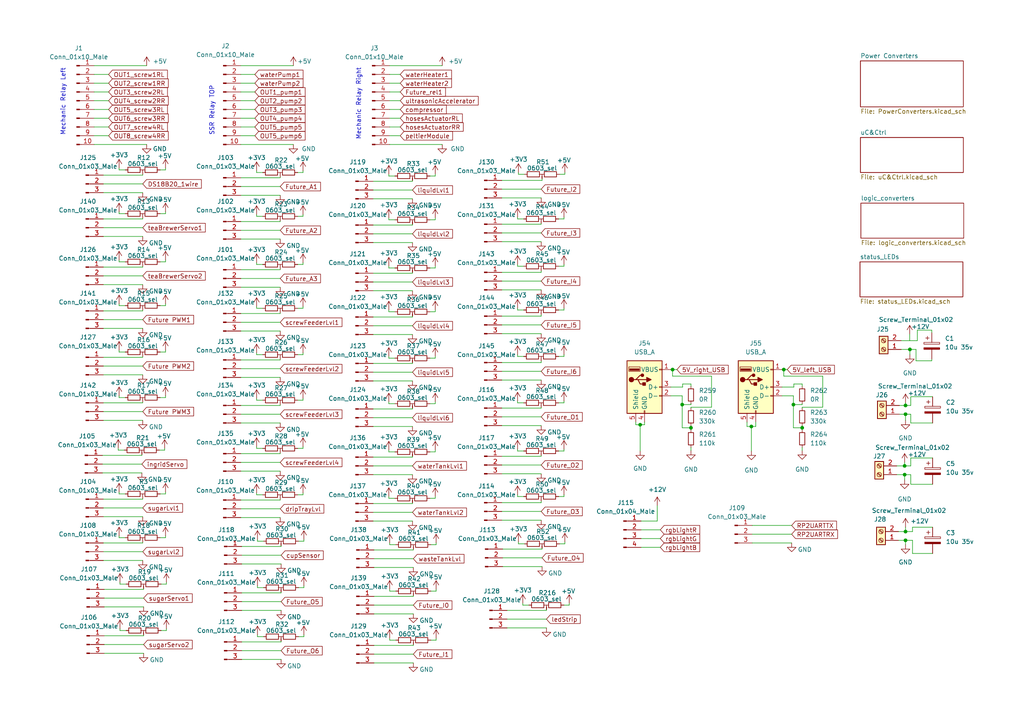
<source format=kicad_sch>
(kicad_sch (version 20231120) (generator "eeschema") (generator_version "8.0")
  (paper "A4")
  (junction (at 230.124 117.348))
  (junction (at 232.664 124.079))
  (junction (at 227.33 107.188))
  (junction (at 262.382 135.128))
  (junction (at 217.932 123.698))
  (junction (at 263.906 101.346))
  (junction (at 262.636 156.718))
  (junction (at 262.382 137.668))
  (junction (at 262.636 117.602))
  (junction (at 197.866 117.348))
  (junction (at 262.636 120.142))
  (junction (at 200.406 124.079))
  (junction (at 185.674 123.19))
  (junction (at 195.072 107.188))
  (junction (at 262.636 154.178))
  (wire (pts (xy 145.542 148.336) (xy 156.972 148.336)))
  (wire (pts (xy 29.972 55.88) (xy 41.402 55.88)))
  (wire (pts (xy 119.634 145.796) (xy 119.634 146.05)))
  (wire (pts (xy 113.03 39.37) (xy 116.078 39.37)))
  (wire (pts (xy 29.972 82.55) (xy 41.402 82.55)))
  (wire (pts (xy 113.03 34.29) (xy 116.078 34.29)))
  (wire (pts (xy 108.204 118.618) (xy 119.634 118.618)))
  (wire (pts (xy 36.322 143.256) (xy 34.544 143.256)))
  (wire (pts (xy 184.404 122.428) (xy 184.404 123.19)))
  (wire (pts (xy 156.972 104.648) (xy 156.972 105.156)))
  (wire (pts (xy 114.554 51.054) (xy 112.776 51.054)))
  (wire (pts (xy 156.972 132.08) (xy 156.972 132.334)))
  (wire (pts (xy 261.366 98.806) (xy 263.8552 98.806)))
  (wire (pts (xy 145.796 159.258) (xy 157.226 159.258)))
  (wire (pts (xy 150.114 130.81) (xy 150.114 130.302)))
  (wire (pts (xy 41.402 144.526) (xy 41.402 144.78)))
  (wire (pts (xy 238.633 118.11) (xy 238.633 109.093)))
  (wire (pts (xy 227.33 107.188) (xy 228.346 107.188)))
  (wire (pts (xy 114.808 171.45) (xy 113.03 171.45)))
  (wire (pts (xy 126.238 144.526) (xy 126.238 144.018)))
  (wire (pts (xy 219.202 123.698) (xy 219.202 122.428)))
  (wire (pts (xy 260.858 117.602) (xy 262.636 117.602)))
  (wire (pts (xy 81.28 144.78) (xy 81.28 145.034)))
  (wire (pts (xy 69.85 96.012) (xy 81.28 96.012)))
  (wire (pts (xy 145.542 96.774) (xy 156.972 96.774)))
  (wire (pts (xy 126.238 77.724) (xy 126.238 77.216)))
  (wire (pts (xy 69.85 56.642) (xy 81.28 56.642)))
  (wire (pts (xy 87.884 143.51) (xy 87.884 143.002)))
  (wire (pts (xy 264.668 160.528) (xy 264.668 156.718)))
  (wire (pts (xy 69.85 64.262) (xy 81.28 64.262)))
  (wire (pts (xy 36.576 182.88) (xy 34.798 182.88)))
  (wire (pts (xy 76.2 62.738) (xy 74.422 62.738)))
  (wire (pts (xy 69.85 147.574) (xy 81.28 147.574)))
  (wire (pts (xy 113.03 185.674) (xy 113.03 185.166)))
  (wire (pts (xy 86.36 102.87) (xy 87.884 102.87)))
  (wire (pts (xy 81.28 90.678) (xy 81.28 90.932)))
  (wire (pts (xy 112.776 90.424) (xy 112.776 89.916)))
  (wire (pts (xy 108.458 175.514) (xy 119.888 175.514)))
  (wire (pts (xy 112.776 117.094) (xy 112.776 116.586)))
  (wire (pts (xy 145.542 91.694) (xy 156.972 91.694)))
  (wire (pts (xy 108.204 110.49) (xy 119.634 110.49)))
  (wire (pts (xy 119.634 118.364) (xy 119.634 118.618)))
  (wire (pts (xy 151.892 89.916) (xy 150.114 89.916)))
  (wire (pts (xy 69.85 80.772) (xy 81.28 80.772)))
  (wire (pts (xy 81.28 77.978) (xy 81.28 78.232)))
  (wire (pts (xy 108.204 123.698) (xy 119.634 123.698)))
  (wire (pts (xy 194.564 107.188) (xy 195.072 107.188)))
  (wire (pts (xy 200.406 118.364) (xy 200.406 118.11)))
  (wire (pts (xy 87.884 76.708) (xy 87.884 76.2)))
  (wire (pts (xy 262.382 135.128) (xy 262.382 134.112)))
  (wire (pts (xy 206.375 109.093) (xy 195.072 109.093)))
  (wire (pts (xy 126.492 157.988) (xy 126.492 157.48)))
  (wire (pts (xy 108.458 164.592) (xy 119.888 164.592)))
  (wire (pts (xy 226.822 112.268) (xy 230.251 112.268)))
  (wire (pts (xy 74.422 116.078) (xy 74.422 115.57)))
  (wire (pts (xy 157.226 52.324) (xy 145.542 52.324)))
  (wire (pts (xy 270.51 152.908) (xy 264.668 152.908)))
  (wire (pts (xy 29.972 147.32) (xy 41.402 147.32)))
  (wire (pts (xy 230.251 112.268) (xy 230.251 111.379)))
  (wire (pts (xy 163.576 130.81) (xy 163.576 130.302)))
  (wire (pts (xy 41.402 157.226) (xy 41.402 157.48)))
  (wire (pts (xy 190.627 151.13) (xy 190.627 146.685)))
  (wire (pts (xy 108.204 107.95) (xy 119.634 107.95)))
  (wire (pts (xy 108.458 187.198) (xy 119.888 187.198)))
  (wire (pts (xy 29.972 106.172) (xy 41.402 106.172)))
  (wire (pts (xy 29.972 157.48) (xy 41.402 157.48)))
  (wire (pts (xy 216.662 123.698) (xy 217.932 123.698)))
  (wire (pts (xy 260.858 120.142) (xy 262.636 120.142)))
  (wire (pts (xy 108.204 79.248) (xy 119.634 79.248)))
  (wire (pts (xy 69.85 36.83) (xy 73.914 36.83)))
  (wire (pts (xy 200.406 124.079) (xy 200.406 124.714)))
  (wire (pts (xy 163.576 175.514) (xy 165.1 175.514)))
  (wire (pts (xy 113.03 24.13) (xy 116.078 24.13)))
  (wire (pts (xy 27.305 24.13) (xy 31.496 24.13)))
  (wire (pts (xy 86.614 156.972) (xy 88.138 156.972)))
  (wire (pts (xy 88.138 156.972) (xy 88.138 156.464)))
  (wire (pts (xy 151.892 103.378) (xy 150.114 103.378)))
  (wire (pts (xy 232.664 129.794) (xy 232.664 130.683)))
  (wire (pts (xy 34.544 88.646) (xy 34.544 88.138)))
  (wire (pts (xy 29.972 119.38) (xy 41.402 119.38)))
  (wire (pts (xy 74.676 156.972) (xy 74.676 156.464)))
  (wire (pts (xy 162.306 50.546) (xy 163.83 50.546)))
  (wire (pts (xy 69.85 24.13) (xy 73.914 24.13)))
  (wire (pts (xy 30.226 186.944) (xy 41.656 186.944)))
  (wire (pts (xy 200.406 118.11) (xy 206.375 118.11)))
  (wire (pts (xy 76.2 143.51) (xy 74.422 143.51)))
  (wire (pts (xy 158.496 176.784) (xy 158.496 177.038)))
  (wire (pts (xy 194.564 112.268) (xy 197.993 112.268)))
  (wire (pts (xy 108.458 159.512) (xy 119.888 159.512)))
  (wire (pts (xy 69.85 90.932) (xy 81.28 90.932)))
  (wire (pts (xy 46.482 49.276) (xy 48.006 49.276)))
  (wire (pts (xy 263.906 101.346) (xy 263.906 102.87)))
  (wire (pts (xy 74.422 102.87) (xy 74.422 102.362)))
  (wire (pts (xy 81.534 171.704) (xy 81.534 171.958)))
  (wire (pts (xy 86.36 89.408) (xy 87.884 89.408)))
  (wire (pts (xy 151.638 175.514) (xy 151.638 175.006)))
  (wire (pts (xy 114.554 63.754) (xy 112.776 63.754)))
  (wire (pts (xy 264.668 152.908) (xy 264.668 154.178)))
  (wire (pts (xy 119.634 105.156) (xy 119.634 105.41)))
  (wire (pts (xy 29.972 144.78) (xy 41.402 144.78)))
  (wire (pts (xy 108.204 121.158) (xy 119.634 121.158)))
  (wire (pts (xy 232.664 118.364) (xy 232.664 118.11)))
  (wire (pts (xy 206.375 118.11) (xy 206.375 109.093)))
  (wire (pts (xy 27.305 26.67) (xy 31.496 26.67)))
  (wire (pts (xy 232.664 117.348) (xy 232.664 117.094)))
  (wire (pts (xy 70.104 191.262) (xy 81.534 191.262)))
  (wire (pts (xy 126.238 51.054) (xy 126.238 50.546)))
  (wire (pts (xy 69.85 120.142) (xy 81.28 120.142)))
  (wire (pts (xy 145.542 84.074) (xy 156.972 84.074)))
  (wire (pts (xy 87.884 116.078) (xy 87.884 115.57)))
  (wire (pts (xy 145.542 118.364) (xy 156.972 118.364)))
  (wire (pts (xy 262.636 117.602) (xy 262.636 116.84)))
  (wire (pts (xy 265.684 104.648) (xy 265.684 101.346)))
  (wire (pts (xy 150.114 77.216) (xy 150.114 76.708)))
  (wire (pts (xy 36.576 169.418) (xy 34.798 169.418)))
  (wire (pts (xy 264.16 140.462) (xy 264.16 137.668)))
  (wire (pts (xy 41.148 131.826) (xy 41.148 132.08)))
  (wire (pts (xy 46.482 61.976) (xy 48.006 61.976)))
  (wire (pts (xy 114.554 77.724) (xy 112.776 77.724)))
  (wire (pts (xy 48.26 182.88) (xy 48.26 182.372)))
  (wire (pts (xy 151.892 130.81) (xy 150.114 130.81)))
  (wire (pts (xy 41.656 184.15) (xy 41.656 184.404)))
  (wire (pts (xy 36.322 88.646) (xy 34.544 88.646)))
  (wire (pts (xy 29.972 108.712) (xy 41.402 108.712)))
  (wire (pts (xy 30.226 184.404) (xy 41.656 184.404)))
  (wire (pts (xy 162.052 130.81) (xy 163.576 130.81)))
  (wire (pts (xy 230.124 114.808) (xy 230.124 117.348)))
  (wire (pts (xy 29.972 77.47) (xy 41.402 77.47)))
  (wire (pts (xy 108.204 55.118) (xy 119.634 55.118)))
  (wire (pts (xy 145.542 150.876) (xy 156.972 150.876)))
  (wire (pts (xy 112.776 103.886) (xy 112.776 103.378)))
  (wire (pts (xy 145.542 123.444) (xy 156.972 123.444)))
  (wire (pts (xy 113.03 26.67) (xy 116.078 26.67)))
  (wire (pts (xy 264.16 135.128) (xy 262.382 135.128)))
  (wire (pts (xy 185.928 158.75) (xy 191.516 158.75)))
  (wire (pts (xy 163.576 116.84) (xy 163.576 116.332)))
  (wire (pts (xy 200.406 129.794) (xy 200.406 130.683)))
  (wire (pts (xy 195.072 109.093) (xy 195.072 107.188)))
  (wire (pts (xy 200.406 124.079) (xy 197.866 124.079)))
  (wire (pts (xy 76.2 76.708) (xy 74.422 76.708)))
  (wire (pts (xy 145.542 57.404) (xy 156.972 57.404)))
  (wire (pts (xy 126.492 171.45) (xy 126.492 170.942)))
  (wire (pts (xy 227.33 107.188) (xy 227.33 109.093)))
  (wire (pts (xy 226.822 107.188) (xy 227.33 107.188)))
  (wire (pts (xy 230.124 117.348) (xy 232.664 117.348)))
  (wire (pts (xy 232.664 124.079) (xy 230.124 124.079)))
  (wire (pts (xy 114.554 103.886) (xy 112.776 103.886)))
  (wire (pts (xy 70.104 171.958) (xy 81.534 171.958)))
  (wire (pts (xy 74.422 62.738) (xy 74.422 62.23)))
  (wire (pts (xy 27.305 19.05) (xy 42.545 19.05)))
  (wire (pts (xy 162.306 157.734) (xy 163.83 157.734)))
  (wire (pts (xy 81.534 158.242) (xy 81.534 158.496)))
  (wire (pts (xy 46.482 115.316) (xy 48.006 115.316)))
  (wire (pts (xy 69.85 93.472) (xy 81.28 93.472)))
  (wire (pts (xy 112.776 51.054) (xy 112.776 50.546)))
  (wire (pts (xy 34.544 75.946) (xy 34.544 75.438)))
  (wire (pts (xy 29.972 95.25) (xy 41.402 95.25)))
  (wire (pts (xy 185.928 153.67) (xy 191.516 153.67)))
  (wire (pts (xy 126.492 185.674) (xy 126.492 185.166)))
  (wire (pts (xy 108.204 97.028) (xy 119.634 97.028)))
  (wire (pts (xy 34.798 169.418) (xy 34.798 168.91)))
  (wire (pts (xy 238.633 109.093) (xy 227.33 109.093)))
  (wire (pts (xy 41.402 63.246) (xy 41.402 63.5)))
  (wire (pts (xy 48.006 155.956) (xy 48.006 155.448)))
  (wire (pts (xy 86.36 76.708) (xy 87.884 76.708)))
  (wire (pts (xy 262.382 137.668) (xy 262.382 139.192)))
  (wire (pts (xy 113.03 36.83) (xy 116.078 36.83)))
  (wire (pts (xy 270.256 104.648) (xy 265.684 104.648)))
  (wire (pts (xy 112.776 144.526) (xy 112.776 144.018)))
  (wire (pts (xy 152.146 157.734) (xy 150.368 157.734)))
  (wire (pts (xy 124.714 90.424) (xy 126.238 90.424)))
  (wire (pts (xy 114.808 185.674) (xy 113.03 185.674)))
  (wire (pts (xy 145.796 164.338) (xy 157.226 164.338)))
  (wire (pts (xy 150.114 103.378) (xy 150.114 102.87)))
  (wire (pts (xy 69.85 145.034) (xy 81.28 145.034)))
  (wire (pts (xy 151.892 77.216) (xy 150.114 77.216)))
  (wire (pts (xy 76.2 130.048) (xy 74.422 130.048)))
  (wire (pts (xy 113.03 19.05) (xy 128.27 19.05)))
  (wire (pts (xy 108.204 91.948) (xy 119.634 91.948)))
  (wire (pts (xy 74.676 184.658) (xy 74.676 184.15)))
  (wire (pts (xy 124.968 157.988) (xy 126.492 157.988)))
  (wire (pts (xy 70.104 186.182) (xy 81.534 186.182)))
  (wire (pts (xy 69.85 122.682) (xy 81.28 122.682)))
  (wire (pts (xy 264.16 137.668) (xy 262.382 137.668)))
  (wire (pts (xy 34.544 115.316) (xy 34.544 114.808)))
  (wire (pts (xy 162.052 144.018) (xy 163.576 144.018)))
  (wire (pts (xy 150.368 157.734) (xy 150.368 157.226)))
  (wire (pts (xy 145.542 94.234) (xy 156.972 94.234)))
  (wire (pts (xy 74.422 50.038) (xy 74.422 49.53)))
  (wire (pts (xy 29.972 160.02) (xy 41.402 160.02)))
  (wire (pts (xy 200.406 123.444) (xy 200.406 124.079)))
  (wire (pts (xy 124.714 77.724) (xy 126.238 77.724)))
  (wire (pts (xy 150.114 89.916) (xy 150.114 89.408)))
  (wire (pts (xy 145.542 78.994) (xy 156.972 78.994)))
  (wire (pts (xy 69.85 51.562) (xy 81.28 51.562)))
  (wire (pts (xy 86.614 170.434) (xy 88.138 170.434)))
  (wire (pts (xy 27.305 39.37) (xy 31.496 39.37)))
  (wire (pts (xy 41.402 103.378) (xy 41.402 103.632)))
  (wire (pts (xy 70.104 163.576) (xy 81.534 163.576)))
  (wire (pts (xy 263.8552 98.806) (xy 263.8552 96.9264)))
  (wire (pts (xy 124.968 185.674) (xy 126.492 185.674)))
  (wire (pts (xy 74.422 76.708) (xy 74.422 76.2)))
  (wire (pts (xy 163.576 63.5) (xy 163.576 62.992)))
  (wire (pts (xy 46.736 182.88) (xy 48.26 182.88)))
  (wire (pts (xy 41.402 77.216) (xy 41.402 77.47)))
  (wire (pts (xy 163.576 77.216) (xy 163.576 76.708)))
  (wire (pts (xy 266.065 98.806) (xy 263.906 98.806)))
  (wire (pts (xy 29.972 103.632) (xy 41.402 103.632)))
  (wire (pts (xy 34.544 143.256) (xy 34.544 142.748)))
  (wire (pts (xy 108.204 52.578) (xy 119.634 52.578)))
  (wire (pts (xy 266.065 95.758) (xy 266.065 98.806)))
  (wire (pts (xy 265.684 101.346) (xy 263.906 101.346)))
  (wire (pts (xy 216.662 122.428) (xy 216.662 123.698)))
  (wire (pts (xy 162.052 103.378) (xy 163.576 103.378)))
  (wire (pts (xy 88.138 184.658) (xy 88.138 184.15)))
  (wire (pts (xy 112.776 131.064) (xy 112.776 130.556)))
  (wire (pts (xy 36.322 115.316) (xy 34.544 115.316)))
  (wire (pts (xy 69.85 134.112) (xy 81.28 134.112)))
  (wire (pts (xy 262.636 156.718) (xy 262.636 157.988)))
  (wire (pts (xy 76.454 156.972) (xy 74.676 156.972)))
  (wire (pts (xy 261.366 101.346) (xy 263.906 101.346)))
  (wire (pts (xy 232.664 118.11) (xy 238.633 118.11)))
  (wire (pts (xy 69.85 104.394) (xy 81.28 104.394)))
  (wire (pts (xy 108.204 148.59) (xy 119.634 148.59)))
  (wire (pts (xy 108.204 70.358) (xy 119.634 70.358)))
  (wire (pts (xy 48.006 75.946) (xy 48.006 75.438)))
  (wire (pts (xy 76.2 116.078) (xy 74.422 116.078)))
  (wire (pts (xy 29.972 63.5) (xy 41.402 63.5)))
  (wire (pts (xy 186.944 122.428) (xy 186.944 123.19)))
  (wire (pts (xy 124.968 171.45) (xy 126.492 171.45)))
  (wire (pts (xy 162.052 63.5) (xy 163.576 63.5)))
  (wire (pts (xy 264.16 120.142) (xy 262.636 120.142)))
  (wire (pts (xy 145.542 110.236) (xy 156.972 110.236)))
  (wire (pts (xy 48.006 115.316) (xy 48.006 114.808)))
  (wire (pts (xy 157.226 51.816) (xy 157.226 52.324)))
  (wire (pts (xy 126.238 117.094) (xy 126.238 116.586)))
  (wire (pts (xy 108.458 189.738) (xy 119.888 189.738)))
  (wire (pts (xy 34.29 130.556) (xy 34.29 130.048)))
  (wire (pts (xy 264.16 115.062) (xy 264.16 117.602)))
  (wire (pts (xy 88.138 170.434) (xy 88.138 169.926)))
  (wire (pts (xy 113.03 171.45) (xy 113.03 170.942)))
  (wire (pts (xy 270.256 104.14) (xy 270.256 104.648)))
  (wire (pts (xy 157.226 159.004) (xy 157.226 159.258)))
  (wire (pts (xy 41.402 50.546) (xy 41.402 50.8)))
  (wire (pts (xy 156.972 118.11) (xy 156.972 118.364)))
  (wire (pts (xy 197.866 114.808) (xy 197.866 117.348)))
  (wire (pts (xy 87.884 89.408) (xy 87.884 88.9)))
  (wire (pts (xy 69.85 78.232) (xy 81.28 78.232)))
  (wire (pts (xy 27.305 31.75) (xy 31.496 31.75)))
  (wire (pts (xy 260.096 135.128) (xy 262.382 135.128)))
  (wire (pts (xy 260.604 154.178) (xy 262.636 154.178)))
  (wire (pts (xy 46.482 143.256) (xy 48.006 143.256)))
  (wire (pts (xy 30.226 173.482) (xy 41.656 173.482)))
  (wire (pts (xy 76.2 102.87) (xy 74.422 102.87)))
  (wire (pts (xy 108.458 162.052) (xy 119.888 162.052)))
  (wire (pts (xy 163.83 50.546) (xy 163.83 50.038)))
  (wire (pts (xy 29.972 92.71) (xy 41.402 92.71)))
  (wire (pts (xy 48.006 88.646) (xy 48.006 88.138)))
  (wire (pts (xy 145.542 54.864) (xy 156.972 54.864)))
  (wire (pts (xy 114.554 144.526) (xy 112.776 144.526)))
  (wire (pts (xy 145.542 105.156) (xy 156.972 105.156)))
  (wire (pts (xy 262.636 120.142) (xy 262.636 121.92)))
  (wire (pts (xy 126.238 90.424) (xy 126.238 89.916)))
  (wire (pts (xy 232.664 123.444) (xy 232.664 124.079)))
  (wire (pts (xy 185.928 156.21) (xy 191.516 156.21)))
  (wire (pts (xy 74.422 143.51) (xy 74.422 143.002)))
  (wire (pts (xy 69.85 54.102) (xy 81.28 54.102)))
  (wire (pts (xy 145.542 120.904) (xy 156.972 120.904)))
  (wire (pts (xy 217.932 123.698) (xy 217.932 130.81)))
  (wire (pts (xy 86.36 130.048) (xy 87.884 130.048)))
  (wire (pts (xy 81.534 185.928) (xy 81.534 186.182)))
  (wire (pts (xy 29.972 50.8) (xy 41.402 50.8)))
  (wire (pts (xy 114.554 117.094) (xy 112.776 117.094)))
  (wire (pts (xy 150.114 116.84) (xy 150.114 116.332)))
  (wire (pts (xy 114.554 131.064) (xy 112.776 131.064)))
  (wire (pts (xy 48.006 143.256) (xy 48.006 142.748)))
  (wire (pts (xy 151.892 63.5) (xy 150.114 63.5)))
  (wire (pts (xy 108.204 105.41) (xy 119.634 105.41)))
  (wire (pts (xy 262.636 154.178) (xy 262.636 152.908)))
  (wire (pts (xy 147.066 177.038) (xy 158.496 177.038)))
  (wire (pts (xy 119.634 65.024) (xy 119.634 65.278)))
  (wire (pts (xy 108.458 172.974) (xy 119.888 172.974)))
  (wire (pts (xy 108.458 192.278) (xy 119.888 192.278)))
  (wire (pts (xy 152.146 50.546) (xy 150.368 50.546)))
  (wire (pts (xy 76.2 89.408) (xy 74.422 89.408)))
  (wire (pts (xy 48.006 102.108) (xy 48.006 101.6)))
  (wire (pts (xy 34.544 155.956) (xy 34.544 155.448)))
  (wire (pts (xy 29.718 132.08) (xy 41.148 132.08)))
  (wire (pts (xy 108.204 151.13) (xy 119.634 151.13)))
  (wire (pts (xy 29.718 137.16) (xy 41.148 137.16)))
  (wire (pts (xy 119.634 91.694) (xy 119.634 91.948)))
  (wire (pts (xy 48.006 49.276) (xy 48.006 48.768)))
  (wire (pts (xy 87.884 50.038) (xy 87.884 49.53)))
  (wire (pts (xy 29.972 66.04) (xy 41.402 66.04)))
  (wire (pts (xy 36.322 155.956) (xy 34.544 155.956)))
  (wire (pts (xy 113.03 41.91) (xy 128.27 41.91)))
  (wire (pts (xy 86.36 62.738) (xy 87.884 62.738)))
  (wire (pts (xy 41.402 89.916) (xy 41.402 90.17)))
  (wire (pts (xy 112.776 63.754) (xy 112.776 63.246)))
  (wire (pts (xy 126.238 131.064) (xy 126.238 130.556)))
  (wire (pts (xy 264.668 154.178) (xy 262.636 154.178)))
  (wire (pts (xy 108.204 65.278) (xy 119.634 65.278)))
  (wire (pts (xy 165.1 175.514) (xy 165.1 175.006)))
  (wire (pts (xy 185.674 123.19) (xy 186.944 123.19)))
  (wire (pts (xy 113.03 21.59) (xy 116.078 21.59)))
  (wire (pts (xy 70.104 177.038) (xy 81.534 177.038)))
  (wire (pts (xy 69.85 136.652) (xy 81.28 136.652)))
  (wire (pts (xy 156.972 64.77) (xy 156.972 65.024)))
  (wire (pts (xy 86.614 184.658) (xy 88.138 184.658)))
  (wire (pts (xy 163.576 89.916) (xy 163.576 89.408)))
  (wire (pts (xy 126.238 63.754) (xy 126.238 63.246)))
  (wire (pts (xy 108.204 57.658) (xy 119.634 57.658)))
  (wire (pts (xy 36.068 130.556) (xy 34.29 130.556)))
  (wire (pts (xy 145.542 145.796) (xy 156.972 145.796)))
  (wire (pts (xy 81.28 51.308) (xy 81.28 51.562)))
  (wire (pts (xy 86.36 116.078) (xy 87.884 116.078)))
  (wire (pts (xy 264.16 117.602) (xy 262.636 117.602)))
  (wire (pts (xy 29.972 149.86) (xy 41.402 149.86)))
  (wire (pts (xy 270.51 160.528) (xy 264.668 160.528)))
  (wire (pts (xy 74.422 130.048) (xy 74.422 129.54)))
  (wire (pts (xy 119.888 186.944) (xy 119.888 187.198)))
  (wire (pts (xy 270.256 95.758) (xy 266.065 95.758)))
  (wire (pts (xy 69.85 117.602) (xy 81.28 117.602)))
  (wire (pts (xy 124.714 117.094) (xy 126.238 117.094)))
  (wire (pts (xy 27.305 29.21) (xy 31.496 29.21)))
  (wire (pts (xy 69.85 150.114) (xy 81.28 150.114)))
  (wire (pts (xy 69.85 29.21) (xy 73.914 29.21)))
  (wire (pts (xy 163.83 157.734) (xy 163.83 157.226)))
  (wire (pts (xy 74.422 89.408) (xy 74.422 88.9)))
  (wire (pts (xy 46.736 169.418) (xy 48.26 169.418)))
  (wire (pts (xy 29.972 116.84) (xy 41.402 116.84)))
  (wire (pts (xy 76.2 50.038) (xy 74.422 50.038)))
  (wire (pts (xy 29.972 162.56) (xy 41.402 162.56)))
  (wire (pts (xy 29.972 68.58) (xy 41.402 68.58)))
  (wire (pts (xy 108.204 137.668) (xy 119.634 137.668)))
  (wire (pts (xy 163.576 144.018) (xy 163.576 143.51)))
  (wire (pts (xy 270.256 96.52) (xy 270.256 95.758)))
  (wire (pts (xy 226.822 114.808) (xy 230.124 114.808)))
  (wire (pts (xy 69.85 26.67) (xy 73.914 26.67)))
  (wire (pts (xy 124.714 103.886) (xy 126.238 103.886)))
  (wire (pts (xy 69.85 39.37) (xy 73.914 39.37)))
  (wire (pts (xy 119.634 52.324) (xy 119.634 52.578)))
  (wire (pts (xy 34.544 49.276) (xy 34.544 48.768)))
  (wire (pts (xy 87.884 130.048) (xy 87.884 129.54)))
  (wire (pts (xy 27.305 34.29) (xy 31.496 34.29)))
  (wire (pts (xy 119.634 78.994) (xy 119.634 79.248)))
  (wire (pts (xy 30.226 170.942) (xy 41.656 170.942)))
  (wire (pts (xy 217.932 123.698) (xy 219.202 123.698)))
  (wire (pts (xy 260.096 137.668) (xy 262.382 137.668)))
  (wire (pts (xy 46.482 88.646) (xy 48.006 88.646)))
  (wire (pts (xy 36.322 49.276) (xy 34.544 49.276)))
  (wire (pts (xy 46.228 130.556) (xy 47.752 130.556)))
  (wire (pts (xy 150.114 63.5) (xy 150.114 62.992)))
  (wire (pts (xy 108.204 67.818) (xy 119.634 67.818)))
  (wire (pts (xy 70.104 188.722) (xy 81.534 188.722)))
  (wire (pts (xy 69.85 34.29) (xy 73.914 34.29)))
  (wire (pts (xy 151.892 116.84) (xy 150.114 116.84)))
  (wire (pts (xy 48.006 61.976) (xy 48.006 61.468)))
  (wire (pts (xy 153.416 175.514) (xy 151.638 175.514)))
  (wire (pts (xy 230.124 124.079) (xy 230.124 117.348)))
  (wire (pts (xy 76.454 184.658) (xy 74.676 184.658)))
  (wire (pts (xy 108.458 178.054) (xy 119.888 178.054)))
  (wire (pts (xy 69.85 19.05) (xy 85.09 19.05)))
  (wire (pts (xy 145.796 161.798) (xy 157.226 161.798)))
  (wire (pts (xy 41.656 170.688) (xy 41.656 170.942)))
  (wire (pts (xy 156.972 78.486) (xy 156.972 78.994)))
  (wire (pts (xy 124.714 144.526) (xy 126.238 144.526)))
  (wire (pts (xy 264.668 156.718) (xy 262.636 156.718)))
  (wire (pts (xy 36.322 102.108) (xy 34.544 102.108)))
  (wire (pts (xy 260.604 156.718) (xy 262.636 156.718)))
  (wire (pts (xy 145.542 81.534) (xy 156.972 81.534)))
  (wire (pts (xy 81.28 131.318) (xy 81.28 131.572)))
  (wire (pts (xy 162.052 89.916) (xy 163.576 89.916)))
  (wire (pts (xy 27.305 41.91) (xy 42.545 41.91)))
  (wire (pts (xy 41.402 116.586) (xy 41.402 116.84)))
  (wire (pts (xy 69.85 41.91) (xy 85.09 41.91)))
  (wire (pts (xy 108.204 94.488) (xy 119.634 94.488)))
  (wire (pts (xy 124.714 131.064) (xy 126.238 131.064)))
  (wire (pts (xy 218.186 154.94) (xy 229.616 154.94)))
  (wire (pts (xy 162.052 116.84) (xy 163.576 116.84)))
  (wire (pts (xy 147.066 182.118) (xy 158.496 182.118)))
  (wire (pts (xy 150.368 50.546) (xy 150.368 50.038)))
  (wire (pts (xy 112.776 77.724) (xy 112.776 77.216)))
  (wire (pts (xy 108.204 135.128) (xy 119.634 135.128)))
  (wire (pts (xy 113.03 29.21) (xy 116.078 29.21)))
  (wire (pts (xy 197.993 111.379) (xy 200.406 111.379)))
  (wire (pts (xy 81.28 104.14) (xy 81.28 104.394)))
  (wire (pts (xy 27.305 21.59) (xy 31.496 21.59)))
  (wire (pts (xy 69.85 106.934) (xy 81.28 106.934)))
  (wire (pts (xy 264.16 122.682) (xy 264.16 120.142)))
  (wire (pts (xy 81.28 117.348) (xy 81.28 117.602)))
  (wire (pts (xy 145.542 132.334) (xy 156.972 132.334)))
  (wire (pts (xy 36.322 75.946) (xy 34.544 75.946)))
  (wire (pts (xy 29.718 134.62) (xy 41.148 134.62)))
  (wire (pts (xy 87.884 62.738) (xy 87.884 62.23)))
  (wire (pts (xy 69.85 69.342) (xy 81.28 69.342)))
  (wire (pts (xy 69.85 131.572) (xy 81.28 131.572)))
  (wire (pts (xy 114.808 157.988) (xy 113.03 157.988)))
  (wire (pts (xy 34.544 61.976) (xy 34.544 61.468)))
  (wire (pts (xy 200.406 117.348) (xy 200.406 117.094)))
  (wire (pts (xy 69.85 66.802) (xy 81.28 66.802)))
  (wire (pts (xy 36.322 61.976) (xy 34.544 61.976)))
  (wire (pts (xy 270.51 115.062) (xy 264.16 115.062)))
  (wire (pts (xy 46.482 102.108) (xy 48.006 102.108)))
  (wire (pts (xy 270.51 122.682) (xy 264.16 122.682)))
  (wire (pts (xy 70.104 161.036) (xy 81.534 161.036)))
  (wire (pts (xy 218.186 157.48) (xy 229.616 157.48)))
  (wire (pts (xy 108.204 132.588) (xy 119.634 132.588)))
  (wire (pts (xy 69.85 31.75) (xy 73.914 31.75)))
  (wire (pts (xy 29.972 80.01) (xy 41.402 80.01)))
  (wire (pts (xy 200.406 111.379) (xy 200.406 112.014)))
  (wire (pts (xy 147.066 179.578) (xy 158.496 179.578)))
  (wire (pts (xy 232.664 111.379) (xy 232.664 112.014)))
  (wire (pts (xy 46.482 155.956) (xy 48.006 155.956)))
  (wire (pts (xy 86.36 50.038) (xy 87.884 50.038)))
  (wire (pts (xy 162.052 77.216) (xy 163.576 77.216)))
  (wire (pts (xy 74.676 170.434) (xy 74.676 169.926)))
  (wire (pts (xy 197.993 112.268) (xy 197.993 111.379)))
  (wire (pts (xy 114.554 90.424) (xy 112.776 90.424)))
  (wire (pts (xy 119.888 172.72) (xy 119.888 172.974)))
  (wire (pts (xy 163.576 103.378) (xy 163.576 102.87)))
  (wire (pts (xy 145.542 67.564) (xy 156.972 67.564)))
  (wire (pts (xy 69.85 21.59) (xy 73.914 21.59)))
  (wire (pts (xy 124.714 63.754) (xy 126.238 63.754)))
  (wire (pts (xy 151.892 144.018) (xy 150.114 144.018)))
  (wire (pts (xy 29.972 121.92) (xy 41.402 121.92)))
  (wire (pts (xy 69.85 109.474) (xy 81.28 109.474)))
  (wire (pts (xy 218.186 152.4) (xy 229.616 152.4)))
  (wire (pts (xy 185.674 123.19) (xy 185.674 130.81)))
  (wire (pts (xy 270.51 140.462) (xy 264.16 140.462)))
  (wire (pts (xy 145.542 134.874) (xy 156.972 134.874)))
  (wire (pts (xy 145.542 107.696) (xy 156.972 107.696)))
  (wire (pts (xy 46.482 75.946) (xy 48.006 75.946)))
  (wire (pts (xy 197.866 117.348) (xy 200.406 117.348)))
  (wire (pts (xy 48.26 169.418) (xy 48.26 168.91)))
  (wire (pts (xy 194.564 114.808) (xy 197.866 114.808)))
  (wire (pts (xy 150.114 144.018) (xy 150.114 143.51)))
  (wire (pts (xy 145.542 70.104) (xy 156.972 70.104)))
  (wire (pts (xy 47.752 130.556) (xy 47.752 130.048)))
  (wire (pts (xy 108.204 146.05) (xy 119.634 146.05)))
  (wire (pts (xy 126.238 103.886) (xy 126.238 103.378)))
  (wire (pts (xy 87.884 102.87) (xy 87.884 102.362)))
  (wire (pts (xy 119.634 132.334) (xy 119.634 132.588)))
  (wire (pts (xy 197.866 124.079) (xy 197.866 117.348)))
  (wire (pts (xy 145.542 65.024) (xy 156.972 65.024)))
  (wire (pts (xy 108.204 81.788) (xy 119.634 81.788)))
  (wire (pts (xy 184.404 123.19) (xy 185.674 123.19)))
  (wire (pts (xy 113.03 157.988) (xy 113.03 157.48)))
  (wire (pts (xy 270.51 132.842) (xy 264.16 132.842)))
  (wire (pts (xy 195.072 107.188) (xy 196.342 107.188)))
  (wire (pts (xy 185.928 151.13) (xy 190.627 151.13)))
  (wire (pts (xy 29.972 90.17) (xy 41.402 90.17)))
  (wire (pts (xy 76.454 170.434) (xy 74.676 170.434)))
  (wire (pts (xy 27.305 36.83) (xy 31.496 36.83)))
  (wire (pts (xy 124.714 51.054) (xy 126.238 51.054)))
  (wire (pts (xy 113.03 31.75) (xy 116.078 31.75)))
  (wire (pts (xy 70.104 158.496) (xy 81.534 158.496)))
  (wire (pts (xy 29.972 53.34) (xy 41.402 53.34)))
  (wire (pts (xy 264.16 132.842) (xy 264.16 135.128)))
  (wire (pts (xy 30.226 189.484) (xy 41.656 189.484)))
  (wire (pts (xy 145.542 137.414) (xy 156.972 137.414)))
  (wire (pts (xy 156.972 91.186) (xy 156.972 91.694)))
  (wire (pts (xy 81.28 64.008) (xy 81.28 64.262)))
  (wire (pts (xy 86.36 143.51) (xy 87.884 143.51)))
  (wire (pts (xy 30.226 176.022) (xy 41.656 176.022)))
  (wire (pts (xy 119.888 159.258) (xy 119.888 159.512)))
  (wire (pts (xy 34.544 102.108) (xy 34.544 101.6)))
  (wire (pts (xy 156.972 145.288) (xy 156.972 145.796)))
  (wire (pts (xy 108.204 84.328) (xy 119.634 84.328)))
  (wire (pts (xy 34.798 182.88) (xy 34.798 182.372)))
  (wire (pts (xy 232.664 124.079) (xy 232.664 124.714)))
  (wire (pts (xy 69.85 83.312) (xy 81.28 83.312)))
  (wire (pts (xy 70.104 174.498) (xy 81.534 174.498)))
  (wire (pts (xy 230.251 111.379) (xy 232.664 111.379)))
  (text "Mechanic Relay Left" (at 19.05 39.37 90) (effects (font (size 1.27 1.27)) (justify left bottom)))
  (text "Mechanic Relay Right" (at 104.775 40.64 90) (effects (font (size 1.27 1.27)) (justify left bottom)))
  (text "SSR Relay TOP" (at 62.23 39.37 90) (effects (font (size 1.27 1.27)) (justify left bottom)))
  (global_label "Future PWM3" (shape input) (at 41.402 119.38 0) (property "Intersheetrefs" "${INTERSHEET_REFS}" (effects (hide yes))))
  (global_label "OUT2_screw1RR" (shape input) (at 31.496 24.13 0) (property "Intersheetrefs" "${INTERSHEET_REFS}" (effects (hide yes))))
  (global_label "Future_O4" (shape input) (at 157.226 161.798 0) (property "Intersheetrefs" "${INTERSHEET_REFS}" (effects (hide yes))))
  (global_label "5V_left_USB" (shape input) (at 228.346 107.188 0) (property "Intersheetrefs" "${INTERSHEET_REFS}" (effects (hide yes))))
  (global_label "OUT4_pump4" (shape input) (at 73.914 34.29 0) (property "Intersheetrefs" "${INTERSHEET_REFS}" (effects (hide yes))))
  (global_label "OUT3_screw2RL" (shape input) (at 31.496 26.67 0) (property "Intersheetrefs" "${INTERSHEET_REFS}" (effects (hide yes))))
  (global_label "Future_I6" (shape input) (at 156.972 107.696 0) (property "Intersheetrefs" "${INTERSHEET_REFS}" (effects (hide yes))))
  (global_label "Future_O5" (shape input) (at 81.534 174.498 0) (property "Intersheetrefs" "${INTERSHEET_REFS}" (effects (hide yes))))
  (global_label "waterHeater2" (shape input) (at 116.078 24.13 0) (property "Intersheetrefs" "${INTERSHEET_REFS}" (effects (hide yes))))
  (global_label "Future_I0" (shape input) (at 119.888 175.514 0) (property "Intersheetrefs" "${INTERSHEET_REFS}" (effects (hide yes))))
  (global_label "screwFeederLvl1" (shape input) (at 81.28 93.472 0) (property "Intersheetrefs" "${INTERSHEET_REFS}" (effects (hide yes))))
  (global_label "liquidLvl4" (shape input) (at 119.634 94.488 0) (property "Intersheetrefs" "${INTERSHEET_REFS}" (effects (hide yes))))
  (global_label "Future_I4" (shape input) (at 156.972 81.534 0) (property "Intersheetrefs" "${INTERSHEET_REFS}" (effects (hide yes))))
  (global_label "OUT3_pump3" (shape input) (at 73.914 31.75 0) (property "Intersheetrefs" "${INTERSHEET_REFS}" (effects (hide yes))))
  (global_label "Future PWM1" (shape input) (at 41.402 92.71 0) (property "Intersheetrefs" "${INTERSHEET_REFS}" (effects (hide yes))))
  (global_label "rgbLightB" (shape input) (at 191.516 158.75 0) (property "Intersheetrefs" "${INTERSHEET_REFS}" (effects (hide yes))))
  (global_label "Future_O2" (shape input) (at 156.972 134.874 0) (property "Intersheetrefs" "${INTERSHEET_REFS}" (effects (hide yes))))
  (global_label "Future_O6" (shape input) (at 81.534 188.722 0) (property "Intersheetrefs" "${INTERSHEET_REFS}" (effects (hide yes))))
  (global_label "waterPump2" (shape input) (at 73.914 24.13 0) (property "Intersheetrefs" "${INTERSHEET_REFS}" (effects (hide yes))))
  (global_label "Future_rel1" (shape input) (at 116.078 26.67 0) (property "Intersheetrefs" "${INTERSHEET_REFS}" (effects (hide yes))))
  (global_label "Future_A2" (shape input) (at 81.28 66.802 0) (property "Intersheetrefs" "${INTERSHEET_REFS}" (effects (hide yes))))
  (global_label "Future_O1" (shape input) (at 156.972 120.904 0) (property "Intersheetrefs" "${INTERSHEET_REFS}" (effects (hide yes))))
  (global_label "sugarLvl1" (shape input) (at 41.402 147.32 0) (property "Intersheetrefs" "${INTERSHEET_REFS}" (effects (hide yes))))
  (global_label "screwFeederLvl2" (shape input) (at 81.28 106.934 0) (property "Intersheetrefs" "${INTERSHEET_REFS}" (effects (hide yes))))
  (global_label "ingridServo" (shape input) (at 41.148 134.62 0) (property "Intersheetrefs" "${INTERSHEET_REFS}" (effects (hide yes))))
  (global_label "OUT1_screw1RL" (shape input) (at 31.496 21.59 0) (property "Intersheetrefs" "${INTERSHEET_REFS}" (effects (hide yes))))
  (global_label "rgbLightR" (shape input) (at 191.516 153.67 0) (property "Intersheetrefs" "${INTERSHEET_REFS}" (effects (hide yes))))
  (global_label "OUT2_pump2" (shape input) (at 73.914 29.21 0) (property "Intersheetrefs" "${INTERSHEET_REFS}" (effects (hide yes))))
  (global_label "waterHeater1" (shape input) (at 116.078 21.59 0) (property "Intersheetrefs" "${INTERSHEET_REFS}" (effects (hide yes))))
  (global_label "liquidLvl5" (shape input) (at 119.634 107.95 0) (property "Intersheetrefs" "${INTERSHEET_REFS}" (effects (hide yes))))
  (global_label "sugarServo1" (shape input) (at 41.656 173.482 0) (property "Intersheetrefs" "${INTERSHEET_REFS}" (effects (hide yes))))
  (global_label "wasteTankLvl" (shape input) (at 119.888 162.052 0) (property "Intersheetrefs" "${INTERSHEET_REFS}" (effects (hide yes))))
  (global_label "OUT1_pump1" (shape input) (at 73.914 26.67 0) (property "Intersheetrefs" "${INTERSHEET_REFS}" (effects (hide yes))))
  (global_label "OUT4_screw2RR" (shape input) (at 31.496 29.21 0) (property "Intersheetrefs" "${INTERSHEET_REFS}" (effects (hide yes))))
  (global_label "liquidLvl6" (shape input) (at 119.634 121.158 0) (property "Intersheetrefs" "${INTERSHEET_REFS}" (effects (hide yes))))
  (global_label "Future_A3" (shape input) (at 81.28 80.772 0) (property "Intersheetrefs" "${INTERSHEET_REFS}" (effects (hide yes))))
  (global_label "sugarLvl2" (shape input) (at 41.402 160.02 0) (property "Intersheetrefs" "${INTERSHEET_REFS}" (effects (hide yes))))
  (global_label "Future_I1" (shape input) (at 119.888 189.738 0) (property "Intersheetrefs" "${INTERSHEET_REFS}" (effects (hide yes))))
  (global_label "OUT8_screw4RR" (shape input) (at 31.496 39.37 0) (property "Intersheetrefs" "${INTERSHEET_REFS}" (effects (hide yes))))
  (global_label "Future PWM2" (shape input) (at 41.402 106.172 0) (property "Intersheetrefs" "${INTERSHEET_REFS}" (effects (hide yes))))
  (global_label "Future_I2" (shape input) (at 156.972 54.864 0) (property "Intersheetrefs" "${INTERSHEET_REFS}" (effects (hide yes))))
  (global_label "DS18B20_1wire" (shape input) (at 41.402 53.34 0) (property "Intersheetrefs" "${INTERSHEET_REFS}" (effects (hide yes))))
  (global_label "waterPump1" (shape input) (at 73.914 21.59 0) (property "Intersheetrefs" "${INTERSHEET_REFS}" (effects (hide yes))))
  (global_label "Future_I5" (shape input) (at 156.972 94.234 0) (property "Intersheetrefs" "${INTERSHEET_REFS}" (effects (hide yes))))
  (global_label "Future_I3" (shape input) (at 156.972 67.564 0) (property "Intersheetrefs" "${INTERSHEET_REFS}" (effects (hide yes))))
  (global_label "teaBrewerServo2" (shape input) (at 41.402 80.01 0) (property "Intersheetrefs" "${INTERSHEET_REFS}" (effects (hide yes))))
  (global_label "rgbLightG" (shape input) (at 191.516 156.21 0) (property "Intersheetrefs" "${INTERSHEET_REFS}" (effects (hide yes))))
  (global_label "RP2UARTRX" (shape input) (at 229.616 154.94 0) (property "Intersheetrefs" "${INTERSHEET_REFS}" (effects (hide yes))))
  (global_label "liquidLvl1" (shape input) (at 119.634 55.118 0) (property "Intersheetrefs" "${INTERSHEET_REFS}" (effects (hide yes))))
  (global_label "waterTankLvl1" (shape input) (at 119.634 135.128 0) (property "Intersheetrefs" "${INTERSHEET_REFS}" (effects (hide yes))))
  (global_label "liquidLvl3" (shape input) (at 119.634 81.788 0) (property "Intersheetrefs" "${INTERSHEET_REFS}" (effects (hide yes))))
  (global_label "peltierModule" (shape input) (at 116.078 39.37 0) (property "Intersheetrefs" "${INTERSHEET_REFS}" (effects (hide yes))))
  (global_label "hosesActuatorRL" (shape input) (at 116.078 34.29 0) (property "Intersheetrefs" "${INTERSHEET_REFS}" (effects (hide yes))))
  (global_label "screwFeederLvl4" (shape input) (at 81.28 134.112 0) (property "Intersheetrefs" "${INTERSHEET_REFS}" (effects (hide yes))))
  (global_label "liquidLvl2" (shape input) (at 119.634 67.818 0) (property "Intersheetrefs" "${INTERSHEET_REFS}" (effects (hide yes))))
  (global_label "OUT6_screw3RR" (shape input) (at 31.496 34.29 0) (property "Intersheetrefs" "${INTERSHEET_REFS}" (effects (hide yes))))
  (global_label "OUT5_pump6" (shape input) (at 73.914 39.37 0) (property "Intersheetrefs" "${INTERSHEET_REFS}" (effects (hide yes))))
  (global_label "5V_right_USB" (shape input) (at 196.342 107.188 0) (property "Intersheetrefs" "${INTERSHEET_REFS}" (effects (hide yes))))
  (global_label "ledStrip" (shape input) (at 158.496 179.578 0) (property "Intersheetrefs" "${INTERSHEET_REFS}" (effects (hide yes))))
  (global_label "OUT5_pump5" (shape input) (at 73.914 36.83 0) (property "Intersheetrefs" "${INTERSHEET_REFS}" (effects (hide yes))))
  (global_label "screwFeederLvl3" (shape input) (at 81.28 120.142 0) (property "Intersheetrefs" "${INTERSHEET_REFS}" (effects (hide yes))))
  (global_label "ultrasonicAccelerator" (shape input) (at 116.078 29.21 0) (property "Intersheetrefs" "${INTERSHEET_REFS}" (effects (hide yes))))
  (global_label "Future_A1" (shape input) (at 81.28 54.102 0) (property "Intersheetrefs" "${INTERSHEET_REFS}" (effects (hide yes))))
  (global_label "OUT7_screw4RL" (shape input) (at 31.496 36.83 0) (property "Intersheetrefs" "${INTERSHEET_REFS}" (effects (hide yes))))
  (global_label "Future_O3" (shape input) (at 156.972 148.336 0) (property "Intersheetrefs" "${INTERSHEET_REFS}" (effects (hide yes))))
  (global_label "OUT5_screw3RL" (shape input) (at 31.496 31.75 0) (property "Intersheetrefs" "${INTERSHEET_REFS}" (effects (hide yes))))
  (global_label "cupSensor" (shape input) (at 81.534 161.036 0) (property "Intersheetrefs" "${INTERSHEET_REFS}" (effects (hide yes))))
  (global_label "dripTrayLvl" (shape input) (at 81.28 147.574 0) (property "Intersheetrefs" "${INTERSHEET_REFS}" (effects (hide yes))))
  (global_label "compressor" (shape input) (at 116.078 31.75 0) (property "Intersheetrefs" "${INTERSHEET_REFS}" (effects (hide yes))))
  (global_label "teaBrewerServo1" (shape input) (at 41.402 66.04 0) (property "Intersheetrefs" "${INTERSHEET_REFS}" (effects (hide yes))))
  (global_label "sugarServo2" (shape input) (at 41.656 186.944 0) (property "Intersheetrefs" "${INTERSHEET_REFS}" (effects (hide yes))))
  (global_label "waterTankLvl2" (shape input) (at 119.634 148.59 0) (property "Intersheetrefs" "${INTERSHEET_REFS}" (effects (hide yes))))
  (global_label "hosesActuatorRR" (shape input) (at 116.078 36.83 0) (property "Intersheetrefs" "${INTERSHEET_REFS}" (effects (hide yes))))
  (global_label "RP2UARTTX" (shape input) (at 229.616 152.4 0) (property "Intersheetrefs" "${INTERSHEET_REFS}" (effects (hide yes))))
  (symbol (lib_id "Library:Screw_Terminal_01x02") (at 255.016 137.668 180) (unit 1)
    (property "Reference" "J27" (at 255.016 132.334 0))
    (property "Value" "Screw_Terminal_01x02" (at 264.668 129.794 0))
    (property "Footprint" "Library:TerminalBlock_Altech_AK300-2_P5.00mm" (effects (hide yes)))
    (property "Description" "Generic screw terminal, single row, 01x02, script generated (kicad-library-utils/schlib/autogen/connector/)" (effects (hide yes)))
  )
  (symbol (lib_id "Library:Conn_01x03_Male") (at 103.124 148.59 0) (unit 1)
    (property "Reference" "J137" (at 103.759 140.97 0))
    (property "Value" "Conn_01x03_Male" (at 103.759 143.51 0))
    (property "Footprint" "Connector_JST:JST_EH_B3B-EH-A_1x03_P2.50mm_Vertical" (effects (hide yes)))
    (property "Description" "Generic connector, single row, 01x03, script generated (kicad-library-utils/schlib/autogen/connector/)" (effects (hide yes)))
  )
  (symbol (lib_id "Library:+3V3") (at 74.676 156.464 0) (unit 1)
    (property "Reference" "#PWR0322" (effects (hide yes)))
    (property "Value" "+3V3" (at 74.676 152.654 0))
    (property "Description" "Power symbol creates a global label with name \"+3V3\"" (effects (hide yes)))
  )
  (symbol (lib_id "Library:+3V3") (at 34.544 101.6 0) (unit 1)
    (property "Reference" "#PWR0132" (effects (hide yes)))
    (property "Value" "+3V3" (at 34.544 97.79 0))
    (property "Description" "Power symbol creates a global label with name \"+3V3\"" (effects (hide yes)))
  )
  (symbol (lib_id "Library:+3V3") (at 113.03 157.48 0) (unit 1)
    (property "Reference" "#PWR0326" (effects (hide yes)))
    (property "Value" "+3V3" (at 113.03 153.67 0))
    (property "Description" "Power symbol creates a global label with name \"+3V3\"" (effects (hide yes)))
  )
  (symbol (lib_id "Library:0603_sel") (at 41.402 115.316 90) (unit 1)
    (property "Reference" "R17" (at 41.656 111.76 90))
    (property "Value" "0603_sel" (at 41.402 113.538 90))
    (property "Footprint" "test:0R_0603_selector" (effects (hide yes)))
    (property "Description" "Resistor, small symbol" (effects (hide yes)))
  )
  (symbol (lib_id "Library:+3V3") (at 74.422 102.362 0) (unit 1)
    (property "Reference" "#PWR0359" (effects (hide yes)))
    (property "Value" "+3V3" (at 74.422 98.552 0))
    (property "Description" "Power symbol creates a global label with name \"+3V3\"" (effects (hide yes)))
  )
  (symbol (lib_id "Library:Conn_01x03_Male") (at 103.378 189.738 0) (unit 1)
    (property "Reference" "J129" (at 104.013 181.61 0))
    (property "Value" "Conn_01x03_Male" (at 104.013 184.15 0))
    (property "Footprint" "Connector_JST:JST_EH_B3B-EH-A_1x03_P2.50mm_Vertical" (effects (hide yes)))
    (property "Description" "Generic connector, single row, 01x03, script generated (kicad-library-utils/schlib/autogen/connector/)" (effects (hide yes)))
  )
  (symbol (lib_id "Library:+5V") (at 48.006 101.6 0) (unit 1)
    (property "Reference" "#PWR0128" (effects (hide yes)))
    (property "Value" "+5V" (at 47.752 98.044 0))
    (property "Description" "Power symbol creates a global label with name \"+5V\"" (effects (hide yes)))
  )
  (symbol (lib_id "Library:GND") (at 119.634 110.49 0) (unit 1)
    (property "Reference" "#PWR0152" (effects (hide yes)))
    (property "Value" "GND" (at 123.444 112.395 0))
    (property "Description" "Power symbol creates a global label with name \"GND\" , ground" (effects (hide yes)))
  )
  (symbol (lib_id "Library:+5V") (at 163.576 76.708 0) (unit 1)
    (property "Reference" "#PWR0153" (effects (hide yes)))
    (property "Value" "+5V" (at 163.322 73.152 0))
    (property "Description" "Power symbol creates a global label with name \"+5V\"" (effects (hide yes)))
  )
  (symbol (lib_id "Library:+3V3") (at 34.544 142.748 0) (unit 1)
    (property "Reference" "#PWR0220" (effects (hide yes)))
    (property "Value" "+3V3" (at 34.544 138.938 0))
    (property "Description" "Power symbol creates a global label with name \"+3V3\"" (effects (hide yes)))
  )
  (symbol (lib_id "Library:+3V3") (at 112.776 63.246 0) (unit 1)
    (property "Reference" "#PWR0354" (effects (hide yes)))
    (property "Value" "+3V3" (at 112.776 59.436 0))
    (property "Description" "Power symbol creates a global label with name \"+3V3\"" (effects (hide yes)))
  )
  (symbol (lib_id "Library:+5V") (at 126.238 50.546 0) (unit 1)
    (property "Reference" "#PWR0355" (effects (hide yes)))
    (property "Value" "+5V" (at 125.984 46.99 0))
    (property "Description" "Power symbol creates a global label with name \"+5V\"" (effects (hide yes)))
  )
  (symbol (lib_id "Library:GND") (at 41.402 149.86 0) (unit 1)
    (property "Reference" "#PWR0219" (effects (hide yes)))
    (property "Value" "GND" (at 45.212 151.765 0))
    (property "Description" "Power symbol creates a global label with name \"GND\" , ground" (effects (hide yes)))
  )
  (symbol (lib_id "Library:Conn_01x03_Male") (at 25.146 186.944 0) (unit 1)
    (property "Reference" "J106" (at 25.781 179.07 0))
    (property "Value" "Conn_01x03_Male" (at 25.781 181.61 0))
    (property "Footprint" "Connector_JST:JST_EH_B3B-EH-A_1x03_P2.50mm_Vertical" (effects (hide yes)))
    (property "Description" "Generic connector, single row, 01x03, script generated (kicad-library-utils/schlib/autogen/connector/)" (effects (hide yes)))
  )
  (symbol (lib_id "Library:+3V3") (at 34.798 168.91 0) (unit 1)
    (property "Reference" "#PWR0346" (effects (hide yes)))
    (property "Value" "+3V3" (at 34.798 165.1 0))
    (property "Description" "Power symbol creates a global label with name \"+3V3\"" (effects (hide yes)))
  )
  (symbol (lib_id "Library:+5V") (at 48.006 61.468 0) (unit 1)
    (property "Reference" "#PWR0126" (effects (hide yes)))
    (property "Value" "+5V" (at 47.752 57.912 0))
    (property "Description" "Power symbol creates a global label with name \"+5V\"" (effects (hide yes)))
  )
  (symbol (lib_id "Library:+3V3") (at 150.114 143.51 0) (unit 1)
    (property "Reference" "#PWR0108" (effects (hide yes)))
    (property "Value" "+3V3" (at 150.114 139.7 0))
    (property "Description" "Power symbol creates a global label with name \"+3V3\"" (effects (hide yes)))
  )
  (symbol (lib_id "Library:+12V") (at 262.636 152.908 0) (unit 1)
    (property "Reference" "#PWR0196" (effects (hide yes)))
    (property "Value" "+12V" (at 266.7 151.13 0))
    (property "Description" "Power symbol creates a global label with name \"+12V\"" (effects (hide yes)))
  )
  (symbol (lib_id "Library:+5V") (at 126.238 103.378 0) (unit 1)
    (property "Reference" "#PWR0175" (effects (hide yes)))
    (property "Value" "+5V" (at 125.984 99.822 0))
    (property "Description" "Power symbol creates a global label with name \"+5V\"" (effects (hide yes)))
  )
  (symbol (lib_id "Library:+5V") (at 88.138 184.15 0) (unit 1)
    (property "Reference" "#PWR0330" (effects (hide yes)))
    (property "Value" "+5V" (at 87.884 180.594 0))
    (property "Description" "Power symbol creates a global label with name \"+5V\"" (effects (hide yes)))
  )
  (symbol (lib_id "Library:+5V") (at 87.884 143.002 0) (unit 1)
    (property "Reference" "#PWR0335" (effects (hide yes)))
    (property "Value" "+5V" (at 87.63 139.446 0))
    (property "Description" "Power symbol creates a global label with name \"+5V\"" (effects (hide yes)))
  )
  (symbol (lib_id "Library:+5V") (at 126.492 185.166 0) (unit 1)
    (property "Reference" "#PWR0195" (effects (hide yes)))
    (property "Value" "+5V" (at 126.238 181.61 0))
    (property "Description" "Power symbol creates a global label with name \"+5V\"" (effects (hide yes)))
  )
  (symbol (lib_id "Library:Conn_01x03_Male") (at 103.124 67.818 0) (unit 1)
    (property "Reference" "J120" (at 103.759 59.69 0))
    (property "Value" "Conn_01x03_Male" (at 103.759 62.23 0))
    (property "Footprint" "Connector_JST:JST_EH_B3B-EH-A_1x03_P2.50mm_Vertical" (effects (hide yes)))
    (property "Description" "Generic connector, single row, 01x03, script generated (kicad-library-utils/schlib/autogen/connector/)" (effects (hide yes)))
  )
  (symbol (lib_id "Library:GND") (at 41.148 137.16 0) (unit 1)
    (property "Reference" "#PWR0177" (effects (hide yes)))
    (property "Value" "GND" (at 44.958 139.065 0))
    (property "Description" "Power symbol creates a global label with name \"GND\" , ground" (effects (hide yes)))
  )
  (symbol (lib_id "Library:+3V3") (at 34.29 130.048 0) (unit 1)
    (property "Reference" "#PWR0340" (effects (hide yes)))
    (property "Value" "+3V3" (at 34.29 126.238 0))
    (property "Description" "Power symbol creates a global label with name \"+3V3\"" (effects (hide yes)))
  )
  (symbol (lib_id "Library:Conn_01x03_Male") (at 24.892 66.04 0) (unit 1)
    (property "Reference" "J140" (at 25.527 58.42 0))
    (property "Value" "Conn_01x03_Male" (at 25.527 60.96 0))
    (property "Footprint" "Connector_JST:JST_EH_B3B-EH-A_1x03_P2.50mm_Vertical" (effects (hide yes)))
    (property "Description" "Generic connector, single row, 01x03, script generated (kicad-library-utils/schlib/autogen/connector/)" (effects (hide yes)))
  )
  (symbol (lib_id "Library:GND") (at 156.972 57.404 0) (unit 1)
    (property "Reference" "#PWR0138" (effects (hide yes)))
    (property "Value" "GND" (at 160.782 59.309 0))
    (property "Description" "Power symbol creates a global label with name \"GND\" , ground" (effects (hide yes)))
  )
  (symbol (lib_id "Library:+3V3") (at 74.676 169.926 0) (unit 1)
    (property "Reference" "#PWR0323" (effects (hide yes)))
    (property "Value" "+3V3" (at 74.676 166.116 0))
    (property "Description" "Power symbol creates a global label with name \"+3V3\"" (effects (hide yes)))
  )
  (symbol (lib_id "Library:Conn_01x03_Male") (at 64.77 106.934 0) (unit 1)
    (property "Reference" "J133" (at 65.405 99.06 0))
    (property "Value" "Conn_01x03_Male" (at 65.405 101.6 0))
    (property "Footprint" "Connector_JST:JST_EH_B3B-EH-A_1x03_P2.50mm_Vertical" (effects (hide yes)))
    (property "Description" "Generic connector, single row, 01x03, script generated (kicad-library-utils/schlib/autogen/connector/)" (effects (hide yes)))
  )
  (symbol (lib_id "Library:GND") (at 81.28 136.652 0) (unit 1)
    (property "Reference" "#PWR0131" (effects (hide yes)))
    (property "Value" "GND" (at 85.09 138.557 0))
    (property "Description" "Power symbol creates a global label with name \"GND\" , ground" (effects (hide yes)))
  )
  (symbol (lib_id "Library:+5V") (at 47.752 130.048 0) (unit 1)
    (property "Reference" "#PWR0337" (effects (hide yes)))
    (property "Value" "+5V" (at 47.498 126.492 0))
    (property "Description" "Power symbol creates a global label with name \"+5V\"" (effects (hide yes)))
  )
  (symbol (lib_id "Library:0603_sel") (at 81.534 170.434 90) (unit 1)
    (property "Reference" "R31" (at 81.788 166.878 90))
    (property "Value" "0603_sel" (at 81.534 168.656 90))
    (property "Footprint" "test:0R_0603_selector" (effects (hide yes)))
    (property "Description" "Resistor, small symbol" (effects (hide yes)))
  )
  (symbol (lib_id "Library:Conn_01x03_Male") (at 141.986 179.578 0) (unit 1)
    (property "Reference" "J128" (at 142.621 171.45 0))
    (property "Value" "Conn_01x03_Male" (at 142.621 173.99 0))
    (property "Footprint" "Connector_JST:JST_EH_B3B-EH-A_1x03_P2.50mm_Vertical" (effects (hide yes)))
    (property "Description" "Generic connector, single row, 01x03, script generated (kicad-library-utils/schlib/autogen/connector/)" (effects (hide yes)))
  )
  (symbol (lib_id "Library:+3V3") (at 150.114 116.332 0) (unit 1)
    (property "Reference" "#PWR0171" (effects (hide yes)))
    (property "Value" "+3V3" (at 150.114 112.522 0))
    (property "Description" "Power symbol creates a global label with name \"+3V3\"" (effects (hide yes)))
  )
  (symbol (lib_id "Library:GND") (at 232.664 130.683 0) (unit 1)
    (property "Reference" "#PWR0198" (effects (hide yes)))
    (property "Value" "GND" (at 232.664 136.144 0))
    (property "Description" "Power symbol creates a global label with name \"GND\" , ground" (effects (hide yes)))
  )
  (symbol (lib_id "Library:0603_sel") (at 41.402 143.256 90) (unit 1)
    (property "Reference" "R3" (at 41.656 139.7 90))
    (property "Value" "0603_sel" (at 41.402 141.478 90))
    (property "Footprint" "test:0R_0603_selector" (effects (hide yes)))
    (property "Description" "Resistor, small symbol" (effects (hide yes)))
  )
  (symbol (lib_id "Library:Conn_01x03_Male") (at 24.638 134.62 0) (unit 1)
    (property "Reference" "J105" (at 25.273 126.492 0))
    (property "Value" "Conn_01x03_Male" (at 25.273 129.032 0))
    (property "Footprint" "Connector_JST:JST_EH_B3B-EH-A_1x03_P2.50mm_Vertical" (effects (hide yes)))
    (property "Description" "Generic connector, single row, 01x03, script generated (kicad-library-utils/schlib/autogen/connector/)" (effects (hide yes)))
  )
  (symbol (lib_id "Library:GND") (at 85.09 41.91 0) (unit 1)
    (property "Reference" "#PWR0101" (effects (hide yes)))
    (property "Value" "GND" (at 89.535 43.18 0))
    (property "Description" "Power symbol creates a global label with name \"GND\" , ground" (effects (hide yes)))
  )
  (symbol (lib_id "Library:USB_A") (at 186.944 112.268 0) (unit 1)
    (property "Reference" "J54" (at 186.944 99.568 0))
    (property "Value" "USB_A" (at 186.944 102.108 0))
    (property "Footprint" "Connector_USB:USB_A_Wuerth_614004134726_Horizontal" (effects (hide yes)))
    (property "Datasheet" " ~" (effects (hide yes)))
    (property "Description" "USB Type A connector" (effects (hide yes)))
  )
  (symbol (lib_id "Library:GND") (at 156.972 84.074 0) (unit 1)
    (property "Reference" "#PWR0136" (effects (hide yes)))
    (property "Value" "GND" (at 160.782 85.979 0))
    (property "Description" "Power symbol creates a global label with name \"GND\" , ground" (effects (hide yes)))
  )
  (symbol (lib_id "Library:Conn_01x03_Male") (at 140.716 161.798 0) (unit 1)
    (property "Reference" "J113" (at 141.351 153.67 0))
    (property "Value" "Conn_01x03_Male" (at 141.351 156.21 0))
    (property "Footprint" "Connector_JST:JST_EH_B3B-EH-A_1x03_P2.50mm_Vertical" (effects (hide yes)))
    (property "Description" "Generic connector, single row, 01x03, script generated (kicad-library-utils/schlib/autogen/connector/)" (effects (hide yes)))
  )
  (symbol (lib_id "Library:+3V3") (at 112.776 116.586 0) (unit 1)
    (property "Reference" "#PWR0161" (effects (hide yes)))
    (property "Value" "+3V3" (at 112.776 112.776 0))
    (property "Description" "Power symbol creates a global label with name \"+3V3\"" (effects (hide yes)))
  )
  (symbol (lib_id "Library:+3V3") (at 34.544 155.448 0) (unit 1)
    (property "Reference" "#PWR0343" (effects (hide yes)))
    (property "Value" "+3V3" (at 34.544 151.638 0))
    (property "Description" "Power symbol creates a global label with name \"+3V3\"" (effects (hide yes)))
  )
  (symbol (lib_id "Library:Conn_01x03_Male") (at 64.77 147.574 0) (unit 1)
    (property "Reference" "J110" (at 65.405 139.7 0))
    (property "Value" "Conn_01x03_Male" (at 65.405 142.24 0))
    (property "Footprint" "Connector_JST:JST_EH_B3B-EH-A_1x03_P2.50mm_Vertical" (effects (hide yes)))
    (property "Description" "Generic connector, single row, 01x03, script generated (kicad-library-utils/schlib/autogen/connector/)" (effects (hide yes)))
  )
  (symbol (lib_id "Library:0603_sel") (at 156.972 77.216 90) (unit 1)
    (property "Reference" "R45" (at 157.226 73.66 90))
    (property "Value" "0603_sel" (at 156.972 75.438 90))
    (property "Footprint" "test:0R_0603_selector" (effects (hide yes)))
    (property "Description" "Resistor, small symbol" (effects (hide yes)))
  )
  (symbol (lib_id "Library:0603_sel") (at 41.148 130.556 90) (unit 1)
    (property "Reference" "R21" (at 41.402 127 90))
    (property "Value" "0603_sel" (at 41.148 128.778 90))
    (property "Footprint" "test:0R_0603_selector" (effects (hide yes)))
    (property "Description" "Resistor, small symbol" (effects (hide yes)))
  )
  (symbol (lib_id "Library:GND") (at 41.656 176.022 0) (unit 1)
    (property "Reference" "#PWR0178" (effects (hide yes)))
    (property "Value" "GND" (at 45.466 177.927 0))
    (property "Description" "Power symbol creates a global label with name \"GND\" , ground" (effects (hide yes)))
  )
  (symbol (lib_id "Library:Conn_01x03_Male") (at 140.462 81.534 0) (unit 1)
    (property "Reference" "J143" (at 141.097 73.66 0))
    (property "Value" "Conn_01x03_Male" (at 141.097 76.2 0))
    (property "Footprint" "Connector_JST:JST_EH_B3B-EH-A_1x03_P2.50mm_Vertical" (effects (hide yes)))
    (property "Description" "Generic connector, single row, 01x03, script generated (kicad-library-utils/schlib/autogen/connector/)" (effects (hide yes)))
  )
  (symbol (lib_id "Library:+5V") (at 48.006 48.768 0) (unit 1)
    (property "Reference" "#PWR0121" (effects (hide yes)))
    (property "Value" "+5V" (at 47.752 45.212 0))
    (property "Description" "Power symbol creates a global label with name \"+5V\"" (effects (hide yes)))
  )
  (symbol (lib_id "Library:0603_sel") (at 119.634 51.054 90) (unit 1)
    (property "Reference" "R33" (at 119.888 47.498 90))
    (property "Value" "0603_sel" (at 119.634 49.276 90))
    (property "Footprint" "test:0R_0603_selector" (effects (hide yes)))
    (property "Description" "Resistor, small symbol" (effects (hide yes)))
  )
  (symbol (lib_id "Library:+3V3") (at 150.114 102.87 0) (unit 1)
    (property "Reference" "#PWR0162" (effects (hide yes)))
    (property "Value" "+3V3" (at 150.114 99.06 0))
    (property "Description" "Power symbol creates a global label with name \"+3V3\"" (effects (hide yes)))
  )
  (symbol (lib_id "Library:0603_sel") (at 81.28 130.048 90) (unit 1)
    (property "Reference" "R28" (at 81.534 126.492 90))
    (property "Value" "0603_sel" (at 81.28 128.27 90))
    (property "Footprint" "test:0R_0603_selector" (effects (hide yes)))
    (property "Description" "Resistor, small symbol" (effects (hide yes)))
  )
  (symbol (lib_id "Library:Conn_01x04_Male") (at 180.848 153.67 0) (unit 1)
    (property "Reference" "J115" (at 181.483 145.796 0))
    (property "Value" "Conn_01x04_Male" (at 181.483 148.336 0))
    (property "Footprint" "Connector_JST:JST_EH_B4B-EH-A_1x04_P2.50mm_Vertical" (effects (hide yes)))
    (property "Description" "Generic connector, single row, 01x04, script generated (kicad-library-utils/schlib/autogen/connector/)" (effects (hide yes)))
  )
  (symbol (lib_id "Library:0603_sel") (at 119.888 157.988 90) (unit 1)
    (property "Reference" "R41" (at 120.142 154.432 90))
    (property "Value" "0603_sel" (at 119.888 156.21 90))
    (property "Footprint" "test:0R_0603_selector" (effects (hide yes)))
    (property "Description" "Resistor, small symbol" (effects (hide yes)))
  )
  (symbol (lib_id "Library:+5V") (at 126.238 89.916 0) (unit 1)
    (property "Reference" "#PWR0191" (effects (hide yes)))
    (property "Value" "+5V" (at 125.984 86.36 0))
    (property "Description" "Power symbol creates a global label with name \"+5V\"" (effects (hide yes)))
  )
  (symbol (lib_id "Library:GND") (at 119.634 70.358 0) (unit 1)
    (property "Reference" "#PWR0155" (effects (hide yes)))
    (property "Value" "GND" (at 123.444 72.263 0))
    (property "Description" "Power symbol creates a global label with name \"GND\" , ground" (effects (hide yes)))
  )
  (symbol (lib_id "Library:+5V") (at 126.238 116.586 0) (unit 1)
    (property "Reference" "#PWR0179" (effects (hide yes)))
    (property "Value" "+5V" (at 125.984 113.03 0))
    (property "Description" "Power symbol creates a global label with name \"+5V\"" (effects (hide yes)))
  )
  (symbol (lib_id "Library:0603_sel") (at 81.28 76.708 90) (unit 1)
    (property "Reference" "R24" (at 81.534 73.152 90))
    (property "Value" "0603_sel" (at 81.28 74.93 90))
    (property "Footprint" "test:0R_0603_selector" (effects (hide yes)))
    (property "Description" "Resistor, small symbol" (effects (hide yes)))
  )
  (symbol (lib_id "Library:R_Small") (at 200.406 120.904 0) (unit 1)
    (property "Reference" "R260" (at 202.692 119.6339 0) (effects (justify left)))
    (property "Value" "330k" (at 202.692 122.1739 0) (effects (justify left)))
    (property "Footprint" "Resistor_SMD:R_0603_1608Metric" (effects (hide yes)))
    (property "Description" "Resistor, small symbol" (effects (hide yes)))
  )
  (symbol (lib_id "Library:0603_sel") (at 81.28 143.51 90) (unit 1)
    (property "Reference" "R29" (at 81.534 139.954 90))
    (property "Value" "0603_sel" (at 81.28 141.732 90))
    (property "Footprint" "test:0R_0603_selector" (effects (hide yes)))
    (property "Description" "Resistor, small symbol" (effects (hide yes)))
  )
  (symbol (lib_id "Library:+3V3") (at 34.544 88.138 0) (unit 1)
    (property "Reference" "#PWR0144" (effects (hide yes)))
    (property "Value" "+3V3" (at 34.544 84.328 0))
    (property "Description" "Power symbol creates a global label with name \"+3V3\"" (effects (hide yes)))
  )
  (symbol (lib_id "Library:0603_sel") (at 156.972 130.81 90) (unit 1)
    (property "Reference" "R49" (at 157.226 127.254 90))
    (property "Value" "0603_sel" (at 156.972 129.032 90))
    (property "Footprint" "test:0R_0603_selector" (effects (hide yes)))
    (property "Description" "Resistor, small symbol" (effects (hide yes)))
  )
  (symbol (lib_id "Library:Conn_01x03_Male") (at 65.024 174.498 0) (unit 1)
    (property "Reference" "J111" (at 65.659 166.37 0))
    (property "Value" "Conn_01x03_Male" (at 65.659 168.91 0))
    (property "Footprint" "Connector_JST:JST_EH_B3B-EH-A_1x03_P2.50mm_Vertical" (effects (hide yes)))
    (property "Description" "Generic connector, single row, 01x03, script generated (kicad-library-utils/schlib/autogen/connector/)" (effects (hide yes)))
  )
  (symbol (lib_id "Library:0603_sel") (at 119.634 90.424 90) (unit 1)
    (property "Reference" "R36" (at 119.888 86.868 90))
    (property "Value" "0603_sel" (at 119.634 88.646 90))
    (property "Footprint" "test:0R_0603_selector" (effects (hide yes)))
    (property "Description" "Resistor, small symbol" (effects (hide yes)))
  )
  (symbol (lib_id "Library:0603_sel") (at 41.402 49.276 90) (unit 1)
    (property "Reference" "R12" (at 41.656 45.72 90))
    (property "Value" "0603_sel" (at 41.402 47.498 90))
    (property "Footprint" "test:0R_0603_selector" (effects (hide yes)))
    (property "Description" "Resistor, small symbol" (effects (hide yes)))
  )
  (symbol (lib_id "Library:+5V") (at 126.238 130.556 0) (unit 1)
    (property "Reference" "#PWR0331" (effects (hide yes)))
    (property "Value" "+5V" (at 125.984 127 0))
    (property "Description" "Power symbol creates a global label with name \"+5V\"" (effects (hide yes)))
  )
  (symbol (lib_id "Library:0603_sel") (at 156.972 144.018 90) (unit 1)
    (property "Reference" "R50" (at 157.226 140.462 90))
    (property "Value" "0603_sel" (at 156.972 142.24 90))
    (property "Footprint" "test:0R_0603_selector" (effects (hide yes)))
    (property "Description" "Resistor, small symbol" (effects (hide yes)))
  )
  (symbol (lib_id "Library:+5V") (at 165.1 175.006 0) (unit 1)
    (property "Reference" "#PWR0399" (effects (hide yes)))
    (property "Value" "+5V" (at 164.846 171.45 0))
    (property "Description" "Power symbol creates a global label with name \"+5V\"" (effects (hide yes)))
  )
  (symbol (lib_id "Library:GND") (at 156.972 123.444 0) (unit 1)
    (property "Reference" "#PWR0140" (effects (hide yes)))
    (property "Value" "GND" (at 160.782 125.349 0))
    (property "Description" "Power symbol creates a global label with name \"GND\" , ground" (effects (hide yes)))
  )
  (symbol (lib_id "Library:Conn_01x03_Male") (at 24.892 119.38 0) (unit 1)
    (property "Reference" "J142" (at 25.527 111.76 0))
    (property "Value" "Conn_01x03_Male" (at 25.527 114.3 0))
    (property "Footprint" "Connector_JST:JST_EH_B3B-EH-A_1x03_P2.50mm_Vertical" (effects (hide yes)))
    (property "Description" "Generic connector, single row, 01x03, script generated (kicad-library-utils/schlib/autogen/connector/)" (effects (hide yes)))
  )
  (symbol (lib_id "Library:GND") (at 119.888 164.592 0) (unit 1)
    (property "Reference" "#PWR0164" (effects (hide yes)))
    (property "Value" "GND" (at 123.698 166.497 0))
    (property "Description" "Power symbol creates a global label with name \"GND\" , ground" (effects (hide yes)))
  )
  (symbol (lib_id "Library:+5V") (at 87.884 49.53 0) (unit 1)
    (property "Reference" "#PWR0352" (effects (hide yes)))
    (property "Value" "+5V" (at 87.63 45.974 0))
    (property "Description" "Power symbol creates a global label with name \"+5V\"" (effects (hide yes)))
  )
  (symbol (lib_id "Library:Conn_01x03_Male") (at 140.462 94.234 0) (unit 1)
    (property "Reference" "J144" (at 141.097 86.36 0))
    (property "Value" "Conn_01x03_Male" (at 141.097 88.9 0))
    (property "Footprint" "Connector_JST:JST_EH_B3B-EH-A_1x03_P2.50mm_Vertical" (effects (hide yes)))
    (property "Description" "Generic connector, single row, 01x03, script generated (kicad-library-utils/schlib/autogen/connector/)" (effects (hide yes)))
  )
  (symbol (lib_id "Library:Conn_01x03_Male") (at 65.024 161.036 0) (unit 1)
    (property "Reference" "J118" (at 65.659 153.67 0))
    (property "Value" "Conn_01x03_Male" (at 65.659 156.21 0))
    (property "Footprint" "Connector_JST:JST_EH_B3B-EH-A_1x03_P2.50mm_Vertical" (effects (hide yes)))
    (property "Description" "Generic connector, single row, 01x03, script generated (kicad-library-utils/schlib/autogen/connector/)" (effects (hide yes)))
  )
  (symbol (lib_id "Library:GND") (at 81.28 96.012 0) (unit 1)
    (property "Reference" "#PWR0135" (effects (hide yes)))
    (property "Value" "GND" (at 85.09 97.917 0))
    (property "Description" "Power symbol creates a global label with name \"GND\" , ground" (effects (hide yes)))
  )
  (symbol (lib_id "Library:0603_sel") (at 81.28 50.038 90) (unit 1)
    (property "Reference" "R22" (at 81.534 46.482 90))
    (property "Value" "0603_sel" (at 81.28 48.26 90))
    (property "Footprint" "test:0R_0603_selector" (effects (hide yes)))
    (property "Description" "Resistor, small symbol" (effects (hide yes)))
  )
  (symbol (lib_id "Library:0603_sel") (at 157.226 157.734 90) (unit 1)
    (property "Reference" "R52" (at 157.48 154.178 90))
    (property "Value" "0603_sel" (at 157.226 155.956 90))
    (property "Footprint" "test:0R_0603_selector" (effects (hide yes)))
    (property "Description" "Resistor, small symbol" (effects (hide yes)))
  )
  (symbol (lib_id "Library:0603_sel") (at 157.226 50.546 90) (unit 1)
    (property "Reference" "R51" (at 157.48 46.99 90))
    (property "Value" "0603_sel" (at 157.226 48.768 90))
    (property "Footprint" "test:0R_0603_selector" (effects (hide yes)))
    (property "Description" "Resistor, small symbol" (effects (hide yes)))
  )
  (symbol (lib_id "Library:GND") (at 119.634 57.658 0) (unit 1)
    (property "Reference" "#PWR0156" (effects (hide yes)))
    (property "Value" "GND" (at 123.444 59.563 0))
    (property "Description" "Power symbol creates a global label with name \"GND\" , ground" (effects (hide yes)))
  )
  (symbol (lib_id "Library:GND") (at 229.616 157.48 0) (unit 1)
    (property "Reference" "#PWR0146" (effects (hide yes)))
    (property "Value" "GND" (at 233.426 159.385 0))
    (property "Description" "Power symbol creates a global label with name \"GND\" , ground" (effects (hide yes)))
  )
  (symbol (lib_id "Library:+3V3") (at 34.798 182.372 0) (unit 1)
    (property "Reference" "#PWR0338" (effects (hide yes)))
    (property "Value" "+3V3" (at 34.798 178.562 0))
    (property "Description" "Power symbol creates a global label with name \"+3V3\"" (effects (hide yes)))
  )
  (symbol (lib_id "Library:Conn_01x03_Male") (at 103.378 175.514 0) (unit 1)
    (property "Reference" "J139" (at 104.013 167.64 0))
    (property "Value" "Conn_01x03_Male" (at 104.013 170.18 0))
    (property "Footprint" "Connector_JST:JST_EH_B3B-EH-A_1x03_P2.50mm_Vertical" (effects (hide yes)))
    (property "Description" "Generic connector, single row, 01x03, script generated (kicad-library-utils/schlib/autogen/connector/)" (effects (hide yes)))
  )
  (symbol (lib_id "Library:Conn_01x03_Male") (at 64.77 54.102 0) (unit 1)
    (property "Reference" "J103" (at 65.405 45.72 0))
    (property "Value" "Conn_01x03_Male" (at 65.405 48.26 0))
    (property "Footprint" "Connector_JST:JST_EH_B3B-EH-A_1x03_P2.50mm_Vertical" (effects (hide yes)))
    (property "Description" "Generic connector, single row, 01x03, script generated (kicad-library-utils/schlib/autogen/connector/)" (effects (hide yes)))
  )
  (symbol (lib_id "Library:Conn_01x03_Male") (at 140.462 134.874 0) (unit 1)
    (property "Reference" "J117" (at 141.097 127 0))
    (property "Value" "Conn_01x03_Male" (at 141.097 129.54 0))
    (property "Footprint" "Connector_JST:JST_EH_B3B-EH-A_1x03_P2.50mm_Vertical" (effects (hide yes)))
    (property "Description" "Generic connector, single row, 01x03, script generated (kicad-library-utils/schlib/autogen/connector/)" (effects (hide yes)))
  )
  (symbol (lib_id "Library:+5V") (at 126.492 170.942 0) (unit 1)
    (property "Reference" "#PWR0194" (effects (hide yes)))
    (property "Value" "+5V" (at 126.238 167.386 0))
    (property "Description" "Power symbol creates a global label with name \"+5V\"" (effects (hide yes)))
  )
  (symbol (lib_id "Library:0603_sel") (at 119.888 185.674 90) (unit 1)
    (property "Reference" "R43" (at 120.142 182.118 90))
    (property "Value" "0603_sel" (at 119.888 183.896 90))
    (property "Footprint" "test:0R_0603_selector" (effects (hide yes)))
    (property "Description" "Resistor, small symbol" (effects (hide yes)))
  )
  (symbol (lib_id "Library:GND") (at 156.972 110.236 0) (unit 1)
    (property "Reference" "#PWR0192" (effects (hide yes)))
    (property "Value" "GND" (at 160.782 112.141 0))
    (property "Description" "Power symbol creates a global label with name \"GND\" , ground" (effects (hide yes)))
  )
  (symbol (lib_id "Library:GND") (at 185.674 130.81 0) (unit 1)
    (property "Reference" "#PWR0201" (effects (hide yes)))
    (property "Value" "GND" (at 185.674 135.89 0))
    (property "Description" "Power symbol creates a global label with name \"GND\" , ground" (effects (hide yes)))
  )
  (symbol (lib_id "Library:+5V") (at 126.238 63.246 0) (unit 1)
    (property "Reference" "#PWR0356" (effects (hide yes)))
    (property "Value" "+5V" (at 125.984 59.69 0))
    (property "Description" "Power symbol creates a global label with name \"+5V\"" (effects (hide yes)))
  )
  (symbol (lib_id "Library:R_Small") (at 232.664 120.904 0) (unit 1)
    (property "Reference" "R263" (at 234.95 119.6339 0) (effects (justify left)))
    (property "Value" "330k" (at 234.95 122.1739 0) (effects (justify left)))
    (property "Footprint" "Resistor_SMD:R_0603_1608Metric" (effects (hide yes)))
    (property "Description" "Resistor, small symbol" (effects (hide yes)))
  )
  (symbol (lib_id "Library:GND") (at 119.634 123.698 0) (unit 1)
    (property "Reference" "#PWR0183" (effects (hide yes)))
    (property "Value" "GND" (at 123.444 125.603 0))
    (property "Description" "Power symbol creates a global label with name \"GND\" , ground" (effects (hide yes)))
  )
  (symbol (lib_id "Library:+5V") (at 88.138 156.464 0) (unit 1)
    (property "Reference" "#PWR0325" (effects (hide yes)))
    (property "Value" "+5V" (at 87.884 152.908 0))
    (property "Description" "Power symbol creates a global label with name \"+5V\"" (effects (hide yes)))
  )
  (symbol (lib_id "Library:Conn_01x03_Male") (at 103.124 94.488 0) (unit 1)
    (property "Reference" "J122" (at 103.759 86.36 0))
    (property "Value" "Conn_01x03_Male" (at 103.759 88.9 0))
    (property "Footprint" "Connector_JST:JST_EH_B3B-EH-A_1x03_P2.50mm_Vertical" (effects (hide yes)))
    (property "Description" "Generic connector, single row, 01x03, script generated (kicad-library-utils/schlib/autogen/connector/)" (effects (hide yes)))
  )
  (symbol (lib_id "Library:+3V3") (at 112.776 77.216 0) (unit 1)
    (property "Reference" "#PWR0185" (effects (hide yes)))
    (property "Value" "+3V3" (at 112.776 73.406 0))
    (property "Description" "Power symbol creates a global label with name \"+3V3\"" (effects (hide yes)))
  )
  (symbol (lib_id "Library:+3V3") (at 150.368 157.226 0) (unit 1)
    (property "Reference" "#PWR0115" (effects (hide yes)))
    (property "Value" "+3V3" (at 150.368 153.416 0))
    (property "Description" "Power symbol creates a global label with name \"+3V3\"" (effects (hide yes)))
  )
  (symbol (lib_id "Library:C_Polarized") (at 270.256 100.33 0) (unit 1)
    (property "Reference" "C1" (at 274.066 98.1709 0) (effects (justify left)))
    (property "Value" "10u 35v" (at 274.066 100.7109 0) (effects (justify left)))
    (property "Footprint" "Capacitor_Tantalum_SMD:CP_EIA-7343-31_Kemet-D" (effects (hide yes)))
    (property "Description" "Polarized capacitor" (effects (hide yes)))
  )
  (symbol (lib_id "Library:C_Polarized") (at 270.51 118.872 0) (unit 1)
    (property "Reference" "C2" (at 274.32 116.7129 0) (effects (justify left)))
    (property "Value" "10u 35v" (at 274.32 119.2529 0) (effects (justify left)))
    (property "Footprint" "Capacitor_Tantalum_SMD:CP_EIA-7343-31_Kemet-D" (effects (hide yes)))
    (property "Description" "Polarized capacitor" (effects (hide yes)))
  )
  (symbol (lib_id "Library:Conn_01x03_Male") (at 24.892 80.01 0) (unit 1)
    (property "Reference" "J126" (at 25.527 72.39 0))
    (property "Value" "Conn_01x03_Male" (at 25.527 74.93 0))
    (property "Footprint" "Connector_JST:JST_EH_B3B-EH-A_1x03_P2.50mm_Vertical" (effects (hide yes)))
    (property "Description" "Generic connector, single row, 01x03, script generated (kicad-library-utils/schlib/autogen/connector/)" (effects (hide yes)))
  )
  (symbol (lib_id "Library:0603_sel") (at 81.534 184.658 90) (unit 1)
    (property "Reference" "R32" (at 81.788 181.102 90))
    (property "Value" "0603_sel" (at 81.534 182.88 90))
    (property "Footprint" "test:0R_0603_selector" (effects (hide yes)))
    (property "Description" "Resistor, small symbol" (effects (hide yes)))
  )
  (symbol (lib_id "Library:+12V") (at 262.382 134.112 0) (unit 1)
    (property "Reference" "#PWR0165" (effects (hide yes)))
    (property "Value" "+12V" (at 265.938 131.826 0))
    (property "Description" "Power symbol creates a global label with name \"+12V\"" (effects (hide yes)))
  )
  (symbol (lib_id "Library:0603_sel") (at 119.634 131.064 90) (unit 1)
    (property "Reference" "R39" (at 119.888 127.508 90))
    (property "Value" "0603_sel" (at 119.634 129.286 90))
    (property "Footprint" "test:0R_0603_selector" (effects (hide yes)))
    (property "Description" "Resistor, small symbol" (effects (hide yes)))
  )
  (symbol (lib_id "Library:Conn_01x10_Male") (at 107.95 29.21 0) (unit 1)
    (property "Reference" "J3" (at 108.585 13.97 0))
    (property "Value" "Conn_01x10_Male" (at 108.585 16.51 0))
    (property "Footprint" "Connector_PinSocket_2.54mm:PinSocket_1x10_P2.54mm_Vertical" (effects (hide yes)))
    (property "Description" "Generic connector, single row, 01x10, script generated (kicad-library-utils/schlib/autogen/connector/)" (effects (hide yes)))
  )
  (symbol (lib_id "Library:GND") (at 128.27 41.91 0) (unit 1)
    (property "Reference" "#PWR0103" (effects (hide yes)))
    (property "Value" "GND" (at 132.715 43.18 0))
    (property "Description" "Power symbol creates a global label with name \"GND\" , ground" (effects (hide yes)))
  )
  (symbol (lib_id "Library:GND") (at 41.402 68.58 0) (unit 1)
    (property "Reference" "#PWR0127" (effects (hide yes)))
    (property "Value" "GND" (at 45.212 70.485 0))
    (property "Description" "Power symbol creates a global label with name \"GND\" , ground" (effects (hide yes)))
  )
  (symbol (lib_id "Library:+5V") (at 163.576 130.302 0) (unit 1)
    (property "Reference" "#PWR0181" (effects (hide yes)))
    (property "Value" "+5V" (at 163.322 126.746 0))
    (property "Description" "Power symbol creates a global label with name \"+5V\"" (effects (hide yes)))
  )
  (symbol (lib_id "Library:+5V") (at 42.545 19.05 0) (unit 1)
    (property "Reference" "#PWR0106" (effects (hide yes)))
    (property "Value" "+5V" (at 46.355 17.78 0))
    (property "Description" "Power symbol creates a global label with name \"+5V\"" (effects (hide yes)))
  )
  (symbol (lib_id "Library:+3V3") (at 150.114 130.302 0) (unit 1)
    (property "Reference" "#PWR0180" (effects (hide yes)))
    (property "Value" "+3V3" (at 150.114 126.492 0))
    (property "Description" "Power symbol creates a global label with name \"+3V3\"" (effects (hide yes)))
  )
  (symbol (lib_id "Library:Screw_Terminal_01x02") (at 255.778 120.142 180) (unit 1)
    (property "Reference" "J26" (at 255.778 114.554 0))
    (property "Value" "Screw_Terminal_01x02" (at 265.43 112.014 0))
    (property "Footprint" "Library:TerminalBlock_Altech_AK300-2_P5.00mm" (effects (hide yes)))
    (property "Description" "Generic screw terminal, single row, 01x02, script generated (kicad-library-utils/schlib/autogen/connector/)" (effects (hide yes)))
  )
  (symbol (lib_id "Library:+3V3") (at 112.776 130.556 0) (unit 1)
    (property "Reference" "#PWR0332" (effects (hide yes)))
    (property "Value" "+3V3" (at 112.776 126.746 0))
    (property "Description" "Power symbol creates a global label with name \"+3V3\"" (effects (hide yes)))
  )
  (symbol (lib_id "Library:0603_sel") (at 41.402 155.956 90) (unit 1)
    (property "Reference" "R18" (at 41.656 152.4 90))
    (property "Value" "0603_sel" (at 41.402 154.178 90))
    (property "Footprint" "test:0R_0603_selector" (effects (hide yes)))
    (property "Description" "Resistor, small symbol" (effects (hide yes)))
  )
  (symbol (lib_id "Library:Conn_01x10_Male") (at 64.77 29.21 0) (unit 1)
    (property "Reference" "J2" (at 65.405 13.335 0))
    (property "Value" "Conn_01x10_Male" (at 65.405 15.875 0))
    (property "Footprint" "Connector_PinSocket_2.54mm:PinSocket_1x10_P2.54mm_Vertical" (effects (hide yes)))
    (property "Description" "Generic connector, single row, 01x10, script generated (kicad-library-utils/schlib/autogen/connector/)" (effects (hide yes)))
  )
  (symbol (lib_id "Library:+5V") (at 163.576 116.332 0) (unit 1)
    (property "Reference" "#PWR0173" (effects (hide yes)))
    (property "Value" "+5V" (at 163.322 112.776 0))
    (property "Description" "Power symbol creates a global label with name \"+5V\"" (effects (hide yes)))
  )
  (symbol (lib_id "Library:+5V") (at 163.576 143.51 0) (unit 1)
    (property "Reference" "#PWR0113" (effects (hide yes)))
    (property "Value" "+5V" (at 163.322 139.954 0))
    (property "Description" "Power symbol creates a global label with name \"+5V\"" (effects (hide yes)))
  )
  (symbol (lib_id "Library:GND") (at 81.534 177.038 0) (unit 1)
    (property "Reference" "#PWR0176" (effects (hide yes)))
    (property "Value" "GND" (at 85.344 178.943 0))
    (property "Description" "Power symbol creates a global label with name \"GND\" , ground" (effects (hide yes)))
  )
  (symbol (lib_id "Library:+3V3") (at 112.776 144.018 0) (unit 1)
    (property "Reference" "#PWR0327" (effects (hide yes)))
    (property "Value" "+3V3" (at 112.776 140.208 0))
    (property "Description" "Power symbol creates a global label with name \"+3V3\"" (effects (hide yes)))
  )
  (symbol (lib_id "Library:Conn_01x03_Male") (at 24.892 147.32 0) (unit 1)
    (property "Reference" "J104" (at 25.527 139.7 0))
    (property "Value" "Conn_01x03_Male" (at 25.527 142.24 0))
    (property "Footprint" "Connector_JST:JST_EH_B3B-EH-A_1x03_P2.50mm_Vertical" (effects (hide yes)))
    (property "Description" "Generic connector, single row, 01x03, script generated (kicad-library-utils/schlib/autogen/connector/)" (effects (hide yes)))
  )
  (symbol (lib_id "Library:+5V") (at 48.26 168.91 0) (unit 1)
    (property "Reference" "#PWR0345" (effects (hide yes)))
    (property "Value" "+5V" (at 48.006 165.354 0))
    (property "Description" "Power symbol creates a global label with name \"+5V\"" (effects (hide yes)))
  )
  (symbol (lib_id "Library:+5V") (at 85.09 19.05 0) (unit 1)
    (property "Reference" "#PWR0102" (effects (hide yes)))
    (property "Value" "+5V" (at 88.265 17.78 0))
    (property "Description" "Power symbol creates a global label with name \"+5V\"" (effects (hide yes)))
  )
  (symbol (lib_id "Library:GND") (at 262.636 121.92 0) (unit 1)
    (property "Reference" "#PWR0145" (effects (hide yes)))
    (property "Value" "GND" (at 262.636 127.0508 0))
    (property "Description" "Power symbol creates a global label with name \"GND\" , ground" (effects (hide yes)))
  )
  (symbol (lib_id "Library:+3V3") (at 34.544 61.468 0) (unit 1)
    (property "Reference" "#PWR0125" (effects (hide yes)))
    (property "Value" "+3V3" (at 34.544 57.658 0))
    (property "Description" "Power symbol creates a global label with name \"+3V3\"" (effects (hide yes)))
  )
  (symbol (lib_id "Library:0603_sel") (at 119.634 103.886 90) (unit 1)
    (property "Reference" "R37" (at 119.888 100.33 90))
    (property "Value" "0603_sel" (at 119.634 102.108 90))
    (property "Footprint" "test:0R_0603_selector" (effects (hide yes)))
    (property "Description" "Resistor, small symbol" (effects (hide yes)))
  )
  (symbol (lib_id "Library:0603_sel") (at 41.402 102.108 90) (unit 1)
    (property "Reference" "R16" (at 41.656 98.552 90))
    (property "Value" "0603_sel" (at 41.402 100.33 90))
    (property "Footprint" "test:0R_0603_selector" (effects (hide yes)))
    (property "Description" "Resistor, small symbol" (effects (hide yes)))
  )
  (symbol (lib_id "Library:GND") (at 217.932 130.81 0) (unit 1)
    (property "Reference" "#PWR0200" (effects (hide yes)))
    (property "Value" "GND" (at 217.932 136.398 0))
    (property "Description" "Power symbol creates a global label with name \"GND\" , ground" (effects (hide yes)))
  )
  (symbol (lib_id "Library:+3V3") (at 74.422 88.9 0) (unit 1)
    (property "Reference" "#PWR0360" (effects (hide yes)))
    (property "Value" "+3V3" (at 74.422 85.09 0))
    (property "Description" "Power symbol creates a global label with name \"+3V3\"" (effects (hide yes)))
  )
  (symbol (lib_id "Library:GND") (at 81.28 83.312 0) (unit 1)
    (property "Reference" "#PWR0123" (effects (hide yes)))
    (property "Value" "GND" (at 85.09 85.217 0))
    (property "Description" "Power symbol creates a global label with name \"GND\" , ground" (effects (hide yes)))
  )
  (symbol (lib_id "Library:+5V") (at 48.006 142.748 0) (unit 1)
    (property "Reference" "#PWR0235" (effects (hide yes)))
    (property "Value" "+5V" (at 47.752 139.192 0))
    (property "Description" "Power symbol creates a global label with name \"+5V\"" (effects (hide yes)))
  )
  (symbol (lib_id "Library:+3V3") (at 150.114 62.992 0) (unit 1)
    (property "Reference" "#PWR0117" (effects (hide yes)))
    (property "Value" "+3V3" (at 150.114 59.182 0))
    (property "Description" "Power symbol creates a global label with name \"+3V3\"" (effects (hide yes)))
  )
  (symbol (lib_id "Library:GND") (at 262.382 139.192 0) (unit 1)
    (property "Reference" "#PWR0197" (effects (hide yes)))
    (property "Value" "GND" (at 262.382 144.78 0))
    (property "Description" "Power symbol creates a global label with name \"GND\" , ground" (effects (hide yes)))
  )
  (symbol (lib_id "Library:0603_sel") (at 119.634 77.724 90) (unit 1)
    (property "Reference" "R35" (at 119.888 74.168 90))
    (property "Value" "0603_sel" (at 119.634 75.946 90))
    (property "Footprint" "test:0R_0603_selector" (effects (hide yes)))
    (property "Description" "Resistor, small symbol" (effects (hide yes)))
  )
  (symbol (lib_id "Library:GND") (at 263.906 102.87 0) (unit 1)
    (property "Reference" "#PWR0166" (effects (hide yes)))
    (property "Value" "GND" (at 263.906 108.204 0))
    (property "Description" "Power symbol creates a global label with name \"GND\" , ground" (effects (hide yes)))
  )
  (symbol (lib_id "Library:Conn_01x03_Male") (at 103.124 121.158 0) (unit 1)
    (property "Reference" "J124" (at 103.759 113.03 0))
    (property "Value" "Conn_01x03_Male" (at 103.759 115.57 0))
    (property "Footprint" "Connector_JST:JST_EH_B3B-EH-A_1x03_P2.50mm_Vertical" (effects (hide yes)))
    (property "Description" "Generic connector, single row, 01x03, script generated (kicad-library-utils/schlib/autogen/connector/)" (effects (hide yes)))
  )
  (symbol (lib_id "Library:GND") (at 262.636 157.988 0) (unit 1)
    (property "Reference" "#PWR0168" (effects (hide yes)))
    (property "Value" "GND" (at 262.636 163.068 0))
    (property "Description" "Power symbol creates a global label with name \"GND\" , ground" (effects (hide yes)))
  )
  (symbol (lib_id "Library:GND") (at 42.545 41.91 0) (unit 1)
    (property "Reference" "#PWR0105" (effects (hide yes)))
    (property "Value" "GND" (at 46.355 43.18 0))
    (property "Description" "Power symbol creates a global label with name \"GND\" , ground" (effects (hide yes)))
  )
  (symbol (lib_id "Library:R_Small") (at 200.406 127.254 0) (unit 1)
    (property "Reference" "R261" (at 202.692 125.9839 0) (effects (justify left)))
    (property "Value" "110k" (at 202.692 128.5239 0) (effects (justify left)))
    (property "Footprint" "Resistor_SMD:R_0603_1608Metric" (effects (hide yes)))
    (property "Description" "Resistor, small symbol" (effects (hide yes)))
  )
  (symbol (lib_id "Library:+5V") (at 87.884 88.9 0) (unit 1)
    (property "Reference" "#PWR0358" (effects (hide yes)))
    (property "Value" "+5V" (at 87.63 85.344 0))
    (property "Description" "Power symbol creates a global label with name \"+5V\"" (effects (hide yes)))
  )
  (symbol (lib_id "Library:0603_sel") (at 156.972 103.378 90) (unit 1)
    (property "Reference" "R47" (at 157.226 99.822 90))
    (property "Value" "0603_sel" (at 156.972 101.6 90))
    (property "Footprint" "test:0R_0603_selector" (effects (hide yes)))
    (property "Description" "Resistor, small symbol" (effects (hide yes)))
  )
  (symbol (lib_id "Library:+3V3") (at 74.422 49.53 0) (unit 1)
    (property "Reference" "#PWR0351" (effects (hide yes)))
    (property "Value" "+3V3" (at 74.422 45.72 0))
    (property "Description" "Power symbol creates a global label with name \"+3V3\"" (effects (hide yes)))
  )
  (symbol (lib_id "Library:+3V3") (at 74.422 62.23 0) (unit 1)
    (property "Reference" "#PWR0349" (effects (hide yes)))
    (property "Value" "+3V3" (at 74.422 58.42 0))
    (property "Description" "Power symbol creates a global label with name \"+3V3\"" (effects (hide yes)))
  )
  (symbol (lib_id "Library:0603_sel") (at 156.972 63.5 90) (unit 1)
    (property "Reference" "R44" (at 157.226 59.944 90))
    (property "Value" "0603_sel" (at 156.972 61.722 90))
    (property "Footprint" "test:0R_0603_selector" (effects (hide yes)))
    (property "Description" "Resistor, small symbol" (effects (hide yes)))
  )
  (symbol (lib_id "Library:Conn_01x03_Male") (at 64.77 120.142 0) (unit 1)
    (property "Reference" "J134" (at 65.405 111.76 0))
    (property "Value" "Conn_01x03_Male" (at 65.405 114.3 0))
    (property "Footprint" "Connector_JST:JST_EH_B3B-EH-A_1x03_P2.50mm_Vertical" (effects (hide yes)))
    (property "Description" "Generic connector, single row, 01x03, script generated (kicad-library-utils/schlib/autogen/connector/)" (effects (hide yes)))
  )
  (symbol (lib_id "Library:+3V3") (at 112.776 89.916 0) (unit 1)
    (property "Reference" "#PWR0189" (effects (hide yes)))
    (property "Value" "+3V3" (at 112.776 86.106 0))
    (property "Description" "Power symbol creates a global label with name \"+3V3\"" (effects (hide yes)))
  )
  (symbol (lib_id "Library:Conn_01x03_Male") (at 140.462 148.336 0) (unit 1)
    (property "Reference" "J114" (at 141.097 140.97 0))
    (property "Value" "Conn_01x03_Male" (at 141.097 143.51 0))
    (property "Footprint" "Connector_JST:JST_EH_B3B-EH-A_1x03_P2.50mm_Vertical" (effects (hide yes)))
    (property "Description" "Generic connector, single row, 01x03, script generated (kicad-library-utils/schlib/autogen/connector/)" (effects (hide yes)))
  )
  (symbol (lib_id "Library:GND") (at 81.28 150.114 0) (unit 1)
    (property "Reference" "#PWR0130" (effects (hide yes)))
    (property "Value" "GND" (at 85.09 152.019 0))
    (property "Description" "Power symbol creates a global label with name \"GND\" , ground" (effects (hide yes)))
  )
  (symbol (lib_id "Library:+3V3") (at 112.776 103.378 0) (unit 1)
    (property "Reference" "#PWR0174" (effects (hide yes)))
    (property "Value" "+3V3" (at 112.776 99.568 0))
    (property "Description" "Power symbol creates a global label with name \"+3V3\"" (effects (hide yes)))
  )
  (symbol (lib_id "Library:+3V3") (at 150.368 50.038 0) (unit 1)
    (property "Reference" "#PWR0120" (effects (hide yes)))
    (property "Value" "+3V3" (at 150.368 46.228 0))
    (property "Description" "Power symbol creates a global label with name \"+3V3\"" (effects (hide yes)))
  )
  (symbol (lib_id "Library:+3V3") (at 151.638 175.006 0) (unit 1)
    (property "Reference" "#PWR0400" (effects (hide yes)))
    (property "Value" "+3V3" (at 151.638 171.196 0))
    (property "Description" "Power symbol creates a global label with name \"+3V3\"" (effects (hide yes)))
  )
  (symbol (lib_id "Library:0603_sel") (at 81.534 156.972 90) (unit 1)
    (property "Reference" "R30" (at 81.788 153.416 90))
    (property "Value" "0603_sel" (at 81.534 155.194 90))
    (property "Footprint" "test:0R_0603_selector" (effects (hide yes)))
    (property "Description" "Resistor, small symbol" (effects (hide yes)))
  )
  (symbol (lib_id "Library:+3V3") (at 113.03 170.942 0) (unit 1)
    (property "Reference" "#PWR0328" (effects (hide yes)))
    (property "Value" "+3V3" (at 113.03 167.132 0))
    (property "Description" "Power symbol creates a global label with name \"+3V3\"" (effects (hide yes)))
  )
  (symbol (lib_id "Library:Screw_Terminal_01x02") (at 256.286 101.346 180) (unit 1)
    (property "Reference" "J25" (at 256.032 95.504 0))
    (property "Value" "Screw_Terminal_01x02" (at 265.684 92.71 0))
    (property "Footprint" "Library:TerminalBlock_Altech_AK300-2_P5.00mm" (effects (hide yes)))
    (property "Description" "Generic screw terminal, single row, 01x02, script generated (kicad-library-utils/schlib/autogen/connector/)" (effects (hide yes)))
  )
  (symbol (lib_id "Library:GND") (at 156.972 137.414 0) (unit 1)
    (property "Reference" "#PWR0190" (effects (hide yes)))
    (property "Value" "GND" (at 160.782 139.319 0))
    (property "Description" "Power symbol creates a global label with name \"GND\" , ground" (effects (hide yes)))
  )
  (symbol (lib_id "Library:GND") (at 81.28 56.642 0) (unit 1)
    (property "Reference" "#PWR0119" (effects (hide yes)))
    (property "Value" "GND" (at 85.09 58.547 0))
    (property "Description" "Power symbol creates a global label with name \"GND\" , ground" (effects (hide yes)))
  )
  (symbol (lib_id "Library:Conn_01x03_Male") (at 64.77 93.472 0) (unit 1)
    (property "Reference" "J132" (at 65.405 85.09 0))
    (property "Value" "Conn_01x03_Male" (at 65.405 87.63 0))
    (property "Footprint" "Connector_JST:JST_EH_B3B-EH-A_1x03_P2.50mm_Vertical" (effects (hide yes)))
    (property "Description" "Generic connector, single row, 01x03, script generated (kicad-library-utils/schlib/autogen/connector/)" (effects (hide yes)))
  )
  (symbol (lib_id "Library:+5V") (at 48.006 114.808 0) (unit 1)
    (property "Reference" "#PWR0133" (effects (hide yes)))
    (property "Value" "+5V" (at 47.752 111.252 0))
    (property "Description" "Power symbol creates a global label with name \"+5V\"" (effects (hide yes)))
  )
  (symbol (lib_id "Library:+5V") (at 87.884 129.54 0) (unit 1)
    (property "Reference" "#PWR0334" (effects (hide yes)))
    (property "Value" "+5V" (at 87.63 125.984 0))
    (property "Description" "Power symbol creates a global label with name \"+5V\"" (effects (hide yes)))
  )
  (symbol (lib_id "Library:GND") (at 41.656 189.484 0) (unit 1)
    (property "Reference" "#PWR0182" (effects (hide yes)))
    (property "Value" "GND" (at 45.466 191.389 0))
    (property "Description" "Power symbol creates a global label with name \"GND\" , ground" (effects (hide yes)))
  )
  (symbol (lib_id "Library:0603_sel") (at 119.634 63.754 90) (unit 1)
    (property "Reference" "R34" (at 119.888 60.198 90))
    (property "Value" "0603_sel" (at 119.634 61.976 90))
    (property "Footprint" "test:0R_0603_selector" (effects (hide yes)))
    (property "Description" "Resistor, small symbol" (effects (hide yes)))
  )
  (symbol (lib_id "Library:+5V") (at 163.576 102.87 0) (unit 1)
    (property "Reference" "#PWR0154" (effects (hide yes)))
    (property "Value" "+5V" (at 163.322 99.314 0))
    (property "Description" "Power symbol creates a global label with name \"+5V\"" (effects (hide yes)))
  )
  (symbol (lib_id "Library:+3V3") (at 34.544 114.808 0) (unit 1)
    (property "Reference" "#PWR0139" (effects (hide yes)))
    (property "Value" "+3V3" (at 34.544 110.998 0))
    (property "Description" "Power symbol creates a global label with name \"+3V3\"" (effects (hide yes)))
  )
  (symbol (lib_id "Library:Conn_01x03_Male") (at 140.462 107.696 0) (unit 1)
    (property "Reference" "J145" (at 141.097 100.33 0))
    (property "Value" "Conn_01x03_Male" (at 141.097 102.87 0))
    (property "Footprint" "Connector_JST:JST_EH_B3B-EH-A_1x03_P2.50mm_Vertical" (effects (hide yes)))
    (property "Description" "Generic connector, single row, 01x03, script generated (kicad-library-utils/schlib/autogen/connector/)" (effects (hide yes)))
  )
  (symbol (lib_id "Library:Conn_01x03_Male") (at 64.77 66.802 0) (unit 1)
    (property "Reference" "J102" (at 65.405 58.42 0))
    (property "Value" "Conn_01x03_Male" (at 65.405 60.96 0))
    (property "Footprint" "Connector_JST:JST_EH_B3B-EH-A_1x03_P2.50mm_Vertical" (effects (hide yes)))
    (property "Description" "Generic connector, single row, 01x03, script generated (kicad-library-utils/schlib/autogen/connector/)" (effects (hide yes)))
  )
  (symbol (lib_id "Library:+3V3") (at 112.776 50.546 0) (unit 1)
    (property "Reference" "#PWR0353" (effects (hide yes)))
    (property "Value" "+3V3" (at 112.776 46.736 0))
    (property "Description" "Power symbol creates a global label with name \"+3V3\"" (effects (hide yes)))
  )
  (symbol (lib_id "Library:0603_sel") (at 81.28 102.87 90) (unit 1)
    (property "Reference" "R26" (at 81.534 99.314 90))
    (property "Value" "0603_sel" (at 81.28 101.092 90))
    (property "Footprint" "test:0R_0603_selector" (effects (hide yes)))
    (property "Description" "Resistor, small symbol" (effects (hide yes)))
  )
  (symbol (lib_id "Library:+5V") (at 163.576 62.992 0) (unit 1)
    (property "Reference" "#PWR0116" (effects (hide yes)))
    (property "Value" "+5V" (at 163.322 59.436 0))
    (property "Description" "Power symbol creates a global label with name \"+5V\"" (effects (hide yes)))
  )
  (symbol (lib_id "Library:GND") (at 119.888 192.278 0) (unit 1)
    (property "Reference" "#PWR0160" (effects (hide yes)))
    (property "Value" "GND" (at 123.698 194.183 0))
    (property "Description" "Power symbol creates a global label with name \"GND\" , ground" (effects (hide yes)))
  )
  (symbol (lib_id "Library:0603_sel") (at 81.28 62.738 90) (unit 1)
    (property "Reference" "R23" (at 81.534 59.182 90))
    (property "Value" "0603_sel" (at 81.28 60.96 90))
    (property "Footprint" "test:0R_0603_selector" (effects (hide yes)))
    (property "Description" "Resistor, small symbol" (effects (hide yes)))
  )
  (symbol (lib_id "Library:Conn_01x03_Male") (at 24.892 92.71 0) (unit 1)
    (property "Reference" "J141" (at 25.527 85.09 0))
    (property "Value" "Conn_01x03_Male" (at 25.527 87.63 0))
    (property "Footprint" "Connector_JST:JST_EH_B3B-EH-A_1x03_P2.50mm_Vertical" (effects (hide yes)))
    (property "Description" "Generic connector, single row, 01x03, script generated (kicad-library-utils/schlib/autogen/connector/)" (effects (hide yes)))
  )
  (symbol (lib_id "Library:+5V") (at 48.006 75.438 0) (unit 1)
    (property "Reference" "#PWR0148" (effects (hide yes)))
    (property "Value" "+5V" (at 47.752 71.882 0))
    (property "Description" "Power symbol creates a global label with name \"+5V\"" (effects (hide yes)))
  )
  (symbol (lib_id "Library:GND") (at 119.634 137.668 0) (unit 1)
    (property "Reference" "#PWR0188" (effects (hide yes)))
    (property "Value" "GND" (at 123.444 139.573 0))
    (property "Description" "Power symbol creates a global label with name \"GND\" , ground" (effects (hide yes)))
  )
  (symbol (lib_id "Library:GND") (at 157.226 164.338 0) (unit 1)
    (property "Reference" "#PWR0170" (effects (hide yes)))
    (property "Value" "GND" (at 161.036 166.243 0))
    (property "Description" "Power symbol creates a global label with name \"GND\" , ground" (effects (hide yes)))
  )
  (symbol (lib_id "Library:GND") (at 156.972 70.104 0) (unit 1)
    (property "Reference" "#PWR0143" (effects (hide yes)))
    (property "Value" "GND" (at 160.782 72.009 0))
    (property "Description" "Power symbol creates a global label with name \"GND\" , ground" (effects (hide yes)))
  )
  (symbol (lib_id "Library:+5V") (at 87.884 62.23 0) (unit 1)
    (property "Reference" "#PWR0348" (effects (hide yes)))
    (property "Value" "+5V" (at 87.63 58.674 0))
    (property "Description" "Power symbol creates a global label with name \"+5V\"" (effects (hide yes)))
  )
  (symbol (lib_id "Library:0603_sel") (at 41.402 88.646 90) (unit 1)
    (property "Reference" "R15" (at 41.656 85.09 90))
    (property "Value" "0603_sel" (at 41.402 86.868 90))
    (property "Footprint" "test:0R_0603_selector" (effects (hide yes)))
    (property "Description" "Resistor, small symbol" (effects (hide yes)))
  )
  (symbol (lib_id "Library:GND") (at 156.972 96.774 0) (unit 1)
    (property "Reference" "#PWR0142" (effects (hide yes)))
    (property "Value" "GND" (at 160.782 98.679 0))
    (property "Description" "Power symbol creates a global label with name \"GND\" , ground" (effects (hide yes)))
  )
  (symbol (lib_id "Library:0603_sel") (at 41.656 169.418 90) (unit 1)
    (property "Reference" "R19" (at 41.91 165.862 90))
    (property "Value" "0603_sel" (at 41.656 167.64 90))
    (property "Footprint" "test:0R_0603_selector" (effects (hide yes)))
    (property "Description" "Resistor, small symbol" (effects (hide yes)))
  )
  (symbol (lib_id "Library:+3V3") (at 113.03 185.166 0) (unit 1)
    (property "Reference" "#PWR0329" (effects (hide yes)))
    (property "Value" "+3V3" (at 113.03 181.356 0))
    (property "Description" "Power symbol creates a global label with name \"+3V3\"" (effects (hide yes)))
  )
  (symbol (lib_id "Library:+12V") (at 263.8552 96.9264 0) (unit 1)
    (property "Reference" "#PWR0167" (effects (hide yes)))
    (property "Value" "+12V" (at 266.954 94.742 0))
    (property "Description" "Power symbol creates a global label with name \"+12V\"" (effects (hide yes)))
  )
  (symbol (lib_id "Library:GND") (at 81.534 163.576 0) (unit 1)
    (property "Reference" "#PWR0159" (effects (hide yes)))
    (property "Value" "GND" (at 85.344 165.481 0))
    (property "Description" "Power symbol creates a global label with name \"GND\" , ground" (effects (hide yes)))
  )
  (symbol (lib_id "Library:Conn_01x03_Male") (at 140.462 120.904 0) (unit 1)
    (property "Reference" "J116" (at 141.097 113.03 0))
    (property "Value" "Conn_01x03_Male" (at 141.097 115.57 0))
    (property "Footprint" "Connector_JST:JST_EH_B3B-EH-A_1x03_P2.50mm_Vertical" (effects (hide yes)))
    (property "Description" "Generic connector, single row, 01x03, script generated (kicad-library-utils/schlib/autogen/connector/)" (effects (hide yes)))
  )
  (symbol (lib_id "Library:0603_sel") (at 119.634 117.094 90) (unit 1)
    (property "Reference" "R38" (at 119.888 113.538 90))
    (property "Value" "0603_sel" (at 119.634 115.316 90))
    (property "Footprint" "test:0R_0603_selector" (effects (hide yes)))
    (property "Description" "Resistor, small symbol" (effects (hide yes)))
  )
  (symbol (lib_id "Library:+3V3") (at 34.544 75.438 0) (unit 1)
    (property "Reference" "#PWR0141" (effects (hide yes)))
    (property "Value" "+3V3" (at 34.544 71.628 0))
    (property "Description" "Power symbol creates a global label with name \"+3V3\"" (effects (hide yes)))
  )
  (symbol (lib_id "Library:+5V") (at 128.27 19.05 0) (unit 1)
    (property "Reference" "#PWR0104" (effects (hide yes)))
    (property "Value" "+5V" (at 132.08 17.78 0))
    (property "Description" "Power symbol creates a global label with name \"+5V\"" (effects (hide yes)))
  )
  (symbol (lib_id "Library:GND") (at 81.28 122.682 0) (unit 1)
    (property "Reference" "#PWR0124" (effects (hide yes)))
    (property "Value" "GND" (at 85.09 124.587 0))
    (property "Description" "Power symbol creates a global label with name \"GND\" , ground" (effects (hide yes)))
  )
  (symbol (lib_id "Library:R_Small") (at 232.664 127.254 0) (unit 1)
    (property "Reference" "R264" (at 234.95 125.9839 0) (effects (justify left)))
    (property "Value" "110k" (at 234.95 128.5239 0) (effects (justify left)))
    (property "Footprint" "Resistor_SMD:R_0603_1608Metric" (effects (hide yes)))
    (property "Description" "Resistor, small symbol" (effects (hide yes)))
  )
  (symbol (lib_id "Library:GND") (at 41.402 108.712 0) (unit 1)
    (property "Reference" "#PWR0112" (effects (hide yes)))
    (property "Value" "GND" (at 45.212 110.617 0))
    (property "Description" "Power symbol creates a global label with name \"GND\" , ground" (effects (hide yes)))
  )
  (symbol (lib_id "Library:+3V3") (at 74.422 115.57 0) (unit 1)
    (property "Reference" "#PWR0341" (effects (hide yes)))
    (property "Value" "+3V3" (at 74.422 111.76 0))
    (property "Description" "Power symbol creates a global label with name \"+3V3\"" (effects (hide yes)))
  )
  (symbol (lib_id "Library:0603_sel") (at 119.888 171.45 90) (unit 1)
    (property "Reference" "R42" (at 120.142 167.894 90))
    (property "Value" "0603_sel" (at 119.888 169.672 90))
    (property "Footprint" "test:0R_0603_selector" (effects (hide yes)))
    (property "Description" "Resistor, small symbol" (effects (hide yes)))
  )
  (symbol (lib_id "Library:Conn_01x03_Male") (at 140.462 54.864 0) (unit 1)
    (property "Reference" "J130" (at 141.097 46.99 0))
    (property "Value" "Conn_01x03_Male" (at 141.097 49.53 0))
    (property "Footprint" "Connector_JST:JST_EH_B3B-EH-A_1x03_P2.50mm_Vertical" (effects (hide yes)))
    (property "Description" "Generic connector, single row, 01x03, script generated (kicad-library-utils/schlib/autogen/connector/)" (effects (hide yes)))
  )
  (symbol (lib_id "Library:Screw_Terminal_01x02") (at 255.524 156.718 180) (unit 1)
    (property "Reference" "J28" (at 255.27 150.622 0))
    (property "Value" "Screw_Terminal_01x02" (at 263.652 148.082 0))
    (property "Footprint" "Library:TerminalBlock_Altech_AK300-2_P5.00mm" (effects (hide yes)))
    (property "Description" "Generic screw terminal, single row, 01x02, script generated (kicad-library-utils/schlib/autogen/connector/)" (effects (hide yes)))
  )
  (symbol (lib_id "Library:Conn_01x03_Male") (at 103.124 107.95 0) (unit 1)
    (property "Reference" "J123" (at 103.759 100.33 0))
    (property "Value" "Conn_01x03_Male" (at 103.759 102.87 0))
    (property "Footprint" "Connector_JST:JST_EH_B3B-EH-A_1x03_P2.50mm_Vertical" (effects (hide yes)))
    (property "Description" "Generic connector, single row, 01x03, script generated (kicad-library-utils/schlib/autogen/connector/)" (effects (hide yes)))
  )
  (symbol (lib_id "Library:+3V3") (at 74.422 129.54 0) (unit 1)
    (property "Reference" "#PWR0333" (effects (hide yes)))
    (property "Value" "+3V3" (at 74.422 125.73 0))
    (property "Description" "Power symbol creates a global label with name \"+3V3\"" (effects (hide yes)))
  )
  (symbol (lib_id "Library:Conn_01x03_Male") (at 24.892 53.34 0) (unit 1)
    (property "Reference" "J125" (at 25.527 45.72 0))
    (property "Value" "Conn_01x03_Male" (at 25.527 48.26 0))
    (property "Footprint" "Connector_JST:JST_EH_B3B-EH-A_1x03_P2.50mm_Vertical" (effects (hide yes)))
    (property "Description" "Generic connector, single row, 01x03, script generated (kicad-library-utils/schlib/autogen/connector/)" (effects (hide yes)))
  )
  (symbol (lib_id "Library:+5V") (at 87.884 102.362 0) (unit 1)
    (property "Reference" "#PWR0357" (effects (hide yes)))
    (property "Value" "+5V" (at 87.63 98.806 0))
    (property "Description" "Power symbol creates a global label with name \"+5V\"" (effects (hide yes)))
  )
  (symbol (lib_id "Library:+5V") (at 88.138 169.926 0) (unit 1)
    (property "Reference" "#PWR0324" (effects (hide yes)))
    (property "Value" "+5V" (at 87.884 166.37 0))
    (property "Description" "Power symbol creates a global label with name \"+5V\"" (effects (hide yes)))
  )
  (symbol (lib_id "Library:+3V3") (at 150.114 89.408 0) (unit 1)
    (property "Reference" "#PWR0158" (effects (hide yes)))
    (property "Value" "+3V3" (at 150.114 85.598 0))
    (property "Description" "Power symbol creates a global label with name \"+3V3\"" (effects (hide yes)))
  )
  (symbol (lib_id "Library:C_Polarized") (at 270.51 156.718 0) (unit 1)
    (property "Reference" "C3" (at 274.32 154.5589 0) (effects (justify left)))
    (property "Value" "10u 35v" (at 274.32 157.0989 0) (effects (justify left)))
    (property "Footprint" "Capacitor_Tantalum_SMD:CP_EIA-7343-31_Kemet-D" (effects (hide yes)))
    (property "Description" "Polarized capacitor" (effects (hide yes)))
  )
  (symbol (lib_id "Library:Conn_01x03_Male") (at 103.124 135.128 0) (unit 1)
    (property "Reference" "J136" (at 103.759 127 0))
    (property "Value" "Conn_01x03_Male" (at 103.759 129.54 0))
    (property "Footprint" "Connector_JST:JST_EH_B3B-EH-A_1x03_P2.50mm_Vertical" (effects (hide yes)))
    (property "Description" "Generic connector, single row, 01x03, script generated (kicad-library-utils/schlib/autogen/connector/)" (effects (hide yes)))
  )
  (symbol (lib_id "Library:R_Small") (at 232.664 114.554 0) (unit 1)
    (property "Reference" "R262" (at 234.95 113.2839 0) (effects (justify left)))
    (property "Value" "0R" (at 234.95 115.8239 0) (effects (justify left)))
    (property "Footprint" "Resistor_SMD:R_0603_1608Metric" (effects (hide yes)))
    (property "Description" "Resistor, small symbol" (effects (hide yes)))
  )
  (symbol (lib_id "Library:0603_sel") (at 156.972 116.84 90) (unit 1)
    (property "Reference" "R48" (at 157.226 113.284 90))
    (property "Value" "0603_sel" (at 156.972 115.062 90))
    (property "Footprint" "test:0R_0603_selector" (effects (hide yes)))
    (property "Description" "Resistor, small symbol" (effects (hide yes)))
  )
  (symbol (lib_id "Library:GND") (at 41.402 121.92 0) (unit 1)
    (property "Reference" "#PWR0111" (effects (hide yes)))
    (property "Value" "GND" (at 45.212 123.825 0))
    (property "Description" "Power symbol creates a global label with name \"GND\" , ground" (effects (hide yes)))
  )
  (symbol (lib_id "Library:Conn_01x03_Male") (at 24.892 106.172 0) (unit 1)
    (property "Reference" "J127" (at 25.527 97.79 0))
    (property "Value" "Conn_01x03_Male" (at 25.527 100.33 0))
    (property "Footprint" "Connector_JST:JST_EH_B3B-EH-A_1x03_P2.50mm_Vertical" (effects (hide yes)))
    (property "Description" "Generic connector, single row, 01x03, script generated (kicad-library-utils/schlib/autogen/connector/)" (effects (hide yes)))
  )
  (symbol (lib_id "Library:Conn_01x03_Male") (at 24.892 160.02 0) (unit 1)
    (property "Reference" "J108" (at 25.527 152.4 0))
    (property "Value" "Conn_01x03_Male" (at 25.527 154.94 0))
    (property "Footprint" "Connector_JST:JST_EH_B3B-EH-A_1x03_P2.50mm_Vertical" (effects (hide yes)))
    (property "Description" "Generic connector, single row, 01x03, script generated (kicad-library-utils/schlib/autogen/connector/)" (effects (hide yes)))
  )
  (symbol (lib_id "Library:GND") (at 119.634 84.328 0) (unit 1)
    (property "Reference" "#PWR0149" (effects (hide yes)))
    (property "Value" "GND" (at 123.444 86.233 0))
    (property "Description" "Power symbol creates a global label with name \"GND\" , ground" (effects (hide yes)))
  )
  (symbol (lib_id "Library:+5V") (at 48.006 155.448 0) (unit 1)
    (property "Reference" "#PWR0344" (effects (hide yes)))
    (property "Value" "+5V" (at 47.752 151.892 0))
    (property "Description" "Power symbol creates a global label with name \"+5V\"" (effects (hide yes)))
  )
  (symbol (lib_id "Library:Conn_01x03_Male") (at 140.462 67.564 0) (unit 1)
    (property "Reference" "J131" (at 141.097 59.69 0))
    (property "Value" "Conn_01x03_Male" (at 141.097 62.23 0))
    (property "Footprint" "Connector_JST:JST_EH_B3B-EH-A_1x03_P2.50mm_Vertical" (effects (hide yes)))
    (property "Description" "Generic connector, single row, 01x03, script generated (kicad-library-utils/schlib/autogen/connector/)" (effects (hide yes)))
  )
  (symbol (lib_id "Library:+12V") (at 190.627 146.685 0) (unit 1)
    (property "Reference" "#PWR0202" (effects (hide yes)))
    (property "Value" "+12V" (at 190.627 141.986 0))
    (property "Description" "Power symbol creates a global label with name \"+12V\"" (effects (hide yes)))
  )
  (symbol (lib_id "Library:Conn_01x03_Male") (at 103.124 55.118 0) (unit 1)
    (property "Reference" "J119" (at 103.759 46.99 0))
    (property "Value" "Conn_01x03_Male" (at 103.759 49.53 0))
    (property "Footprint" "Connector_JST:JST_EH_B3B-EH-A_1x03_P2.50mm_Vertical" (effects (hide yes)))
    (property "Description" "Generic connector, single row, 01x03, script generated (kicad-library-utils/schlib/autogen/connector/)" (effects (hide yes)))
  )
  (symbol (lib_id "Library:+5V") (at 48.006 88.138 0) (unit 1)
    (property "Reference" "#PWR0150" (effects (hide yes)))
    (property "Value" "+5V" (at 47.752 84.582 0))
    (property "Description" "Power symbol creates a global label with name \"+5V\"" (effects (hide yes)))
  )
  (symbol (lib_id "Library:0603_sel") (at 41.656 182.88 90) (unit 1)
    (property "Reference" "R20" (at 41.91 179.324 90))
    (property "Value" "0603_sel" (at 41.656 181.102 90))
    (property "Footprint" "test:0R_0603_selector" (effects (hide yes)))
    (property "Description" "Resistor, small symbol" (effects (hide yes)))
  )
  (symbol (lib_id "Library:+5V") (at 87.884 76.2 0) (unit 1)
    (property "Reference" "#PWR0347" (effects (hide yes)))
    (property "Value" "+5V" (at 87.63 72.644 0))
    (property "Description" "Power symbol creates a global label with name \"+5V\"" (effects (hide yes)))
  )
  (symbol (lib_id "Library:0603_sel") (at 158.496 175.514 90) (unit 1)
    (property "Reference" "R216" (at 158.75 171.958 90))
    (property "Value" "0603_sel" (at 158.496 173.736 90))
    (property "Footprint" "test:0R_0603_selector" (effects (hide yes)))
    (property "Description" "Resistor, small symbol" (effects (hide yes)))
  )
  (symbol (lib_id "Library:GND") (at 200.406 130.683 0) (unit 1)
    (property "Reference" "#PWR0199" (effects (hide yes)))
    (property "Value" "GND" (at 200.406 136.144 0))
    (property "Description" "Power symbol creates a global label with name \"GND\" , ground" (effects (hide yes)))
  )
  (symbol (lib_id "Library:+3V3") (at 74.422 143.002 0) (unit 1)
    (property "Reference" "#PWR0336" (effects (hide yes)))
    (property "Value" "+3V3" (at 74.422 139.192 0))
    (property "Description" "Power symbol creates a global label with name \"+3V3\"" (effects (hide yes)))
  )
  (symbol (lib_id "Library:+5V") (at 126.238 144.018 0) (unit 1)
    (property "Reference" "#PWR0244" (effects (hide yes)))
    (property "Value" "+5V" (at 125.984 140.462 0))
    (property "Description" "Power symbol creates a global label with name \"+5V\"" (effects (hide yes)))
  )
  (symbol (lib_id "Library:GND") (at 156.972 150.876 0) (unit 1)
    (property "Reference" "#PWR0169" (effects (hide yes)))
    (property "Value" "GND" (at 160.782 152.781 0))
    (property "Description" "Power symbol creates a global label with name \"GND\" , ground" (effects (hide yes)))
  )
  (symbol (lib_id "Library:Conn_01x10_Male") (at 22.225 29.21 0) (unit 1)
    (property "Reference" "J1" (at 22.86 13.97 0))
    (property "Value" "Conn_01x10_Male" (at 22.86 16.51 0))
    (property "Footprint" "Connector_PinSocket_2.54mm:PinSocket_1x10_P2.54mm_Vertical" (effects (hide yes)))
    (property "Description" "Generic connector, single row, 01x10, script generated (kicad-library-utils/schlib/autogen/connector/)" (effects (hide yes)))
  )
  (symbol (lib_id "Library:GND") (at 119.888 178.054 0) (unit 1)
    (property "Reference" "#PWR0163" (effects (hide yes)))
    (property "Value" "GND" (at 123.698 179.959 0))
    (property "Description" "Power symbol creates a global label with name \"GND\" , ground" (effects (hide yes)))
  )
  (symbol (lib_id "Library:GND") (at 119.634 151.13 0) (unit 1)
    (property "Reference" "#PWR0186" (effects (hide yes)))
    (property "Value" "GND" (at 123.444 153.035 0))
    (property "Description" "Power symbol creates a global label with name \"GND\" , ground" (effects (hide yes)))
  )
  (symbol (lib_id "Library:GND") (at 81.28 69.342 0) (unit 1)
    (property "Reference" "#PWR0118" (effects (hide yes)))
    (property "Value" "GND" (at 85.09 71.247 0))
    (property "Description" "Power symbol creates a global label with name \"GND\" , ground" (effects (hide yes)))
  )
  (symbol (lib_id "Library:USB_A") (at 219.202 112.268 0) (unit 1)
    (property "Reference" "J55" (at 219.202 99.568 0))
    (property "Value" "USB_A" (at 219.202 102.108 0))
    (property "Footprint" "Connector_USB:USB_A_Wuerth_614004134726_Horizontal" (effects (hide yes)))
    (property "Datasheet" " ~" (effects (hide yes)))
    (property "Description" "USB Type A connector" (effects (hide yes)))
  )
  (symbol (lib_id "Library:+5V") (at 48.26 182.372 0) (unit 1)
    (property "Reference" "#PWR0339" (effects (hide yes)))
    (property "Value" "+5V" (at 48.006 178.816 0))
    (property "Description" "Power symbol creates a global label with name \"+5V\"" (effects (hide yes)))
  )
  (symbol (lib_id "Library:GND") (at 119.634 97.028 0) (unit 1)
    (property "Reference" "#PWR0151" (effects (hide yes)))
    (property "Value" "GND" (at 123.444 98.933 0))
    (property "Description" "Power symbol creates a global label with name \"GND\" , ground" (effects (hide yes)))
  )
  (symbol (lib_id "Library:+3V3") (at 74.676 184.15 0) (unit 1)
    (property "Reference" "#PWR0321" (effects (hide yes)))
    (property "Value" "+3V3" (at 74.676 180.34 0))
    (property "Description" "Power symbol creates a global label with name \"+3V3\"" (effects (hide yes)))
  )
  (symbol (lib_id "Library:0603_sel") (at 81.28 116.078 90) (unit 1)
    (property "Reference" "R27" (at 81.534 112.522 90))
    (property "Value" "0603_sel" (at 81.28 114.3 90))
    (property "Footprint" "test:0R_0603_selector" (effects (hide yes)))
    (property "Description" "Resistor, small symbol" (effects (hide yes)))
  )
  (symbol (lib_id "Library:GND") (at 41.402 162.56 0) (unit 1)
    (property "Reference" "#PWR0147" (effects (hide yes)))
    (property "Value" "GND" (at 45.212 164.465 0))
    (property "Description" "Power symbol creates a global label with name \"GND\" , ground" (effects (hide yes)))
  )
  (symbol (lib_id "Library:+5V") (at 87.884 115.57 0) (unit 1)
    (property "Reference" "#PWR0342" (effects (hide yes)))
    (property "Value" "+5V" (at 87.63 112.014 0))
    (property "Description" "Power symbol creates a global label with name \"+5V\"" (effects (hide yes)))
  )
  (symbol (lib_id "Library:GND") (at 41.402 55.88 0) (unit 1)
    (property "Reference" "#PWR0109" (effects (hide yes)))
    (property "Value" "GND" (at 45.212 57.785 0))
    (property "Description" "Power symbol creates a global label with name \"GND\" , ground" (effects (hide yes)))
  )
  (symbol (lib_id "Library:+5V") (at 163.576 89.408 0) (unit 1)
    (property "Reference" "#PWR0157" (effects (hide yes)))
    (property "Value" "+5V" (at 163.322 85.852 0))
    (property "Description" "Power symbol creates a global label with name \"+5V\"" (effects (hide yes)))
  )
  (symbol (lib_id "Library:+5V") (at 163.83 157.226 0) (unit 1)
    (property "Reference" "#PWR0107" (effects (hide yes)))
    (property "Value" "+5V" (at 163.576 153.67 0))
    (property "Description" "Power symbol creates a global label with name \"+5V\"" (effects (hide yes)))
  )
  (symbol (lib_id "Library:+12V") (at 262.636 116.84 0) (unit 1)
    (property "Reference" "#PWR0110" (effects (hide yes)))
    (property "Value" "+12V" (at 265.938 114.046 0))
    (property "Description" "Power symbol creates a global label with name \"+12V\"" (effects (hide yes)))
  )
  (symbol (lib_id "Library:0603_sel") (at 41.402 61.976 90) (unit 1)
    (property "Reference" "R13" (at 41.656 58.42 90))
    (property "Value" "0603_sel" (at 41.402 60.198 90))
    (property "Footprint" "test:0R_0603_selector" (effects (hide yes)))
    (property "Description" "Resistor, small symbol" (effects (hide yes)))
  )
  (symbol (lib_id "Library:+3V3") (at 74.422 76.2 0) (unit 1)
    (property "Reference" "#PWR0350" (effects (hide yes)))
    (property "Value" "+3V3" (at 74.422 72.39 0))
    (property "Description" "Power symbol creates a global label with name \"+3V3\"" (effects (hide yes)))
  )
  (symbol (lib_id "Library:Conn_01x03_Male") (at 213.106 154.94 0) (unit 1)
    (property "Reference" "J109" (at 213.741 147.32 0))
    (property "Value" "Conn_01x03_Male" (at 213.741 149.86 0))
    (property "Footprint" "Connector_JST:JST_EH_B3B-EH-A_1x03_P2.50mm_Vertical" (effects (hide yes)))
    (property "Description" "Generic connector, single row, 01x03, script generated (kicad-library-utils/schlib/autogen/connector/)" (effects (hide yes)))
  )
  (symbol (lib_id "Library:Conn_01x03_Male") (at 64.77 80.772 0) (unit 1)
    (property "Reference" "J101" (at 65.405 72.39 0))
    (property "Value" "Conn_01x03_Male" (at 65.405 74.93 0))
    (property "Footprint" "Connector_JST:JST_EH_B3B-EH-A_1x03_P2.50mm_Vertical" (effects (hide yes)))
    (property "Description" "Generic connector, single row, 01x03, script generated (kicad-library-utils/schlib/autogen/connector/)" (effects (hide yes)))
  )
  (symbol (lib_id "Library:+5V") (at 126.492 157.48 0) (unit 1)
    (property "Reference" "#PWR0193" (effects (hide yes)))
    (property "Value" "+5V" (at 126.238 153.924 0))
    (property "Description" "Power symbol creates a global label with name \"+5V\"" (effects (hide yes)))
  )
  (symbol (lib_id "Library:GND") (at 81.28 109.474 0) (unit 1)
    (property "Reference" "#PWR0134" (effects (hide yes)))
    (property "Value" "GND" (at 85.09 111.379 0))
    (property "Description" "Power symbol creates a global label with name \"GND\" , ground" (effects (hide yes)))
  )
  (symbol (lib_id "Library:Conn_01x03_Male") (at 64.77 134.112 0) (unit 1)
    (property "Reference" "J135" (at 65.405 125.73 0))
    (property "Value" "Conn_01x03_Male" (at 65.405 128.27 0))
    (property "Footprint" "Connector_JST:JST_EH_B3B-EH-A_1x03_P2.50mm_Vertical" (effects (hide yes)))
    (property "Description" "Generic connector, single row, 01x03, script generated (kicad-library-utils/schlib/autogen/connector/)" (effects (hide yes)))
  )
  (symbol (lib_id "Library:+3V3") (at 34.544 48.768 0) (unit 1)
    (property "Reference" "#PWR0122" (effects (hide yes)))
    (property "Value" "+3V3" (at 34.544 44.958 0))
    (property "Description" "Power symbol creates a global label with name \"+3V3\"" (effects (hide yes)))
  )
  (symbol (lib_id "Library:GND") (at 158.496 182.118 0) (unit 1)
    (property "Reference" "#PWR0407" (effects (hide yes)))
    (property "Value" "GND" (at 162.306 184.023 0))
    (property "Description" "Power symbol creates a global label with name \"GND\" , ground" (effects (hide yes)))
  )
  (symbol (lib_id "Library:0603_sel") (at 81.28 89.408 90) (unit 1)
    (property "Reference" "R25" (at 81.534 85.852 90))
    (property "Value" "0603_sel" (at 81.28 87.63 90))
    (property "Footprint" "test:0R_0603_selector" (effects (hide yes)))
    (property "Description" "Resistor, small symbol" (effects (hide yes)))
  )
  (symbol (lib_id "Library:+3V3") (at 150.114 76.708 0) (unit 1)
    (property "Reference" "#PWR0184" (effects (hide yes)))
    (property "Value" "+3V3" (at 150.114 72.898 0))
    (property "Description" "Power symbol creates a global label with name \"+3V3\"" (effects (hide yes)))
  )
  (symbol (lib_id "Library:Conn_01x03_Male") (at 65.024 188.722 0) (unit 1)
    (property "Reference" "J112" (at 65.659 180.34 0))
    (property "Value" "Conn_01x03_Male" (at 65.659 182.88 0))
    (property "Footprint" "Connector_JST:JST_EH_B3B-EH-A_1x03_P2.50mm_Vertical" (effects (hide yes)))
    (property "Description" "Generic connector, single row, 01x03, script generated (kicad-library-utils/schlib/autogen/connector/)" (effects (hide yes)))
  )
  (symbol (lib_id "Library:+5V") (at 163.83 50.038 0) (unit 1)
    (property "Reference" "#PWR0137" (effects (hide yes)))
    (property "Value" "+5V" (at 163.576 46.482 0))
    (property "Description" "Power symbol creates a global label with name \"+5V\"" (effects (hide yes)))
  )
  (symbol (lib_id "Library:R_Small") (at 200.406 114.554 0) (unit 1)
    (property "Reference" "R259" (at 202.692 113.2839 0) (effects (justify left)))
    (property "Value" "0R" (at 202.692 115.8239 0) (effects (justify left)))
    (property "Footprint" "Resistor_SMD:R_0603_1608Metric" (effects (hide yes)))
    (property "Description" "Resistor, small symbol" (effects (hide yes)))
  )
  (symbol (lib_id "Library:C_Polarized") (at 270.51 136.652 0) (unit 1)
    (property "Reference" "C5" (at 274.32 134.4929 0) (effects (justify left)))
    (property "Value" "10u 35v" (at 274.32 137.0329 0) (effects (justify left)))
    (property "Footprint" "Capacitor_Tantalum_SMD:CP_EIA-7343-31_Kemet-D" (effects (hide yes)))
    (property "Description" "Polarized capacitor" (effects (hide yes)))
  )
  (symbol (lib_id "Library:0603_sel") (at 156.972 89.916 90) (unit 1)
    (property "Reference" "R46" (at 157.226 86.36 90))
    (property "Value" "0603_sel" (at 156.972 88.138 90))
    (property "Footprint" "test:0R_0603_selector" (effects (hide yes)))
    (property "Description" "Resistor, small symbol" (effects (hide yes)))
  )
  (symbol (lib_id "Library:Conn_01x03_Male") (at 25.146 173.482 0) (unit 1)
    (property "Reference" "J107" (at 25.781 165.1 0))
    (property "Value" "Conn_01x03_Male" (at 25.781 167.64 0))
    (property "Footprint" "Connector_JST:JST_EH_B3B-EH-A_1x03_P2.50mm_Vertical" (effects (hide yes)))
    (property "Description" "Generic connector, single row, 01x03, script generated (kicad-library-utils/schlib/autogen/connector/)" (effects (hide yes)))
  )
  (symbol (lib_id "Library:0603_sel") (at 119.634 144.526 90) (unit 1)
    (property "Reference" "R40" (at 119.888 140.97 90))
    (property "Value" "0603_sel" (at 119.634 142.748 90))
    (property "Footprint" "test:0R_0603_selector" (effects (hide yes)))
    (property "Description" "Resistor, small symbol" (effects (hide yes)))
  )
  (symbol (lib_id "Library:GND") (at 81.534 191.262 0) (unit 1)
    (property "Reference" "#PWR0172" (effects (hide yes)))
    (property "Value" "GND" (at 85.344 193.167 0))
    (property "Description" "Power symbol creates a global label with name \"GND\" , ground" (effects (hide yes)))
  )
  (symbol (lib_id "Library:0603_sel") (at 41.402 75.946 90) (unit 1)
    (property "Reference" "R14" (at 41.656 72.39 90))
    (property "Value" "0603_sel" (at 41.402 74.168 90))
    (property "Footprint" "test:0R_0603_selector" (effects (hide yes)))
    (property "Description" "Resistor, small symbol" (effects (hide yes)))
  )
  (symbol (lib_id "Library:GND") (at 41.402 82.55 0) (unit 1)
    (property "Reference" "#PWR0129" (effects (hide yes)))
    (property "Value" "GND" (at 45.212 84.455 0))
    (property "Description" "Power symbol creates a global label with name \"GND\" , ground" (effects (hide yes)))
  )
  (symbol (lib_id "Library:Conn_01x03_Male") (at 103.124 81.788 0) (unit 1)
    (property "Reference" "J121" (at 103.759 73.66 0))
    (property "Value" "Conn_01x03_Male" (at 103.759 76.2 0))
    (property "Footprint" "Connector_JST:JST_EH_B3B-EH-A_1x03_P2.50mm_Vertical" (effects (hide yes)))
    (property "Description" "Generic connector, single row, 01x03, script generated (kicad-library-utils/schlib/autogen/connector/)" (effects (hide yes)))
  )
  (symbol (lib_id "Library:+5V") (at 126.238 77.216 0) (unit 1)
    (property "Reference" "#PWR0187" (effects (hide yes)))
    (property "Value" "+5V" (at 125.984 73.66 0))
    (property "Description" "Power symbol creates a global label with name \"+5V\"" (effects (hide yes)))
  )
  (symbol (lib_id "Library:GND") (at 41.402 95.25 0) (unit 1)
    (property "Reference" "#PWR0114" (effects (hide yes)))
    (property "Value" "GND" (at 45.212 97.155 0))
    (property "Description" "Power symbol creates a global label with name \"GND\" , ground" (effects (hide yes)))
  )
  (symbol (lib_id "Library:Conn_01x03_Male") (at 103.378 162.052 0) (unit 1)
    (property "Reference" "J138" (at 104.013 153.67 0))
    (property "Value" "Conn_01x03_Male" (at 104.013 156.21 0))
    (property "Footprint" "Connector_JST:JST_EH_B3B-EH-A_1x03_P2.50mm_Vertical" (effects (hide yes)))
    (property "Description" "Generic connector, single row, 01x03, script generated (kicad-library-utils/schlib/autogen/connector/)" (effects (hide yes)))
  )
  (sheet (at 249.682 58.928) (size 29.845 10.16) (stroke (width 0.1524))
    (property "Sheetname" "logic_converters" (at 249.682 58.2164 0) (effects (justify left bottom)))
    (property "Sheetfile" "logic_converters.kicad_sch" (at 249.682 69.6726 0) (effects (justify left top)))
  )
  (sheet (at 249.428 75.946) (size 29.845 10.16) (stroke (width 0.1524))
    (property "Sheetname" "status_LEDs" (at 249.428 75.2344 0) (effects (justify left bottom)))
    (property "Sheetfile" "status_LEDs.kicad_sch" (at 249.428 86.6906 0) (effects (justify left top)))
  )
  (sheet (at 249.555 17.653) (size 29.845 13.335) (stroke (width 0.1524))
    (property "Sheetname" "Power Converters" (at 249.555 16.9414 0) (effects (justify left bottom)))
    (property "Sheetfile" "PowerConverters.kicad_sch" (at 249.555 31.5726 0) (effects (justify left top)))
  )
  (sheet (at 249.555 39.878) (size 29.845 10.16) (stroke (width 0.1524))
    (property "Sheetname" "uC&Ctrl" (at 249.555 39.1664 0) (effects (justify left bottom)))
    (property "Sheetfile" "uC&Ctrl.kicad_sch" (at 249.555 50.6226 0) (effects (justify left top)))
  )
)
</source>
